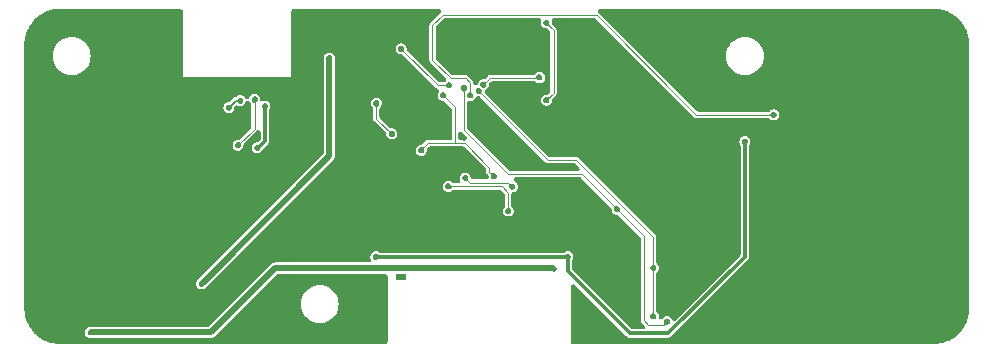
<source format=gbr>
%TF.GenerationSoftware,KiCad,Pcbnew,7.0.2*%
%TF.CreationDate,2023-06-13T00:37:22+02:00*%
%TF.ProjectId,DisplayU_Sisterboard,44697370-6c61-4795-955f-536973746572,rev?*%
%TF.SameCoordinates,Original*%
%TF.FileFunction,Copper,L2,Bot*%
%TF.FilePolarity,Positive*%
%FSLAX46Y46*%
G04 Gerber Fmt 4.6, Leading zero omitted, Abs format (unit mm)*
G04 Created by KiCad (PCBNEW 7.0.2) date 2023-06-13 00:37:22*
%MOMM*%
%LPD*%
G01*
G04 APERTURE LIST*
G04 Aperture macros list*
%AMFreePoly0*
4,1,17,0.307538,1.085355,0.485355,0.907538,0.500000,0.872183,0.500000,-0.872183,0.485355,-0.907538,0.307538,-1.085355,0.272183,-1.100000,-0.272183,-1.100000,-0.307538,-1.085355,-0.485355,-0.907538,-0.500000,-0.872182,-0.500000,0.872183,-0.485355,0.907538,-0.307538,1.085355,-0.272183,1.100000,0.272183,1.100000,0.307538,1.085355,0.307538,1.085355,$1*%
%AMFreePoly1*
4,1,17,0.307538,0.885355,0.485355,0.707538,0.500000,0.672183,0.500000,-0.672183,0.485355,-0.707538,0.307538,-0.885355,0.272183,-0.900000,-0.272183,-0.900000,-0.307538,-0.885355,-0.485355,-0.707538,-0.500000,-0.672183,-0.500000,0.672183,-0.485355,0.707538,-0.307538,0.885355,-0.272183,0.900000,0.272183,0.900000,0.307538,0.885355,0.307538,0.885355,$1*%
%AMFreePoly2*
4,1,13,0.435355,0.235355,0.450000,0.200000,0.450000,-0.200000,0.435355,-0.235355,0.400000,-0.250000,-0.400000,-0.250000,-0.435355,-0.235355,-0.450000,-0.200000,-0.450000,0.200000,-0.435355,0.235355,-0.400000,0.250000,0.400000,0.250000,0.435355,0.235355,0.435355,0.235355,$1*%
G04 Aperture macros list end*
%TA.AperFunction,ComponentPad*%
%ADD10FreePoly0,0.000000*%
%TD*%
%TA.AperFunction,ComponentPad*%
%ADD11FreePoly1,0.000000*%
%TD*%
%TA.AperFunction,ComponentPad*%
%ADD12FreePoly2,180.000000*%
%TD*%
%TA.AperFunction,ViaPad*%
%ADD13C,0.500000*%
%TD*%
%TA.AperFunction,Conductor*%
%ADD14C,0.125000*%
%TD*%
%TA.AperFunction,Conductor*%
%ADD15C,0.550000*%
%TD*%
%TA.AperFunction,Conductor*%
%ADD16C,0.300000*%
%TD*%
%TA.AperFunction,Conductor*%
%ADD17C,0.200000*%
%TD*%
G04 APERTURE END LIST*
D10*
%TO.P,J2,S1,SHIELD*%
%TO.N,GND*%
X-67566450Y-211500000D03*
D11*
X-67566450Y-215300000D03*
D10*
X-56415850Y-211500000D03*
D11*
X-56415550Y-215300000D03*
%TD*%
D12*
%TO.P,AE1,2*%
%TO.N,N/C*%
X-48142900Y-232690000D03*
%TD*%
D13*
%TO.N,VDD*%
X-40250000Y-224200000D03*
X-46400000Y-222000000D03*
X-35800000Y-217750000D03*
X-35800000Y-211200000D03*
X-44550000Y-217350000D03*
%TO.N,GND*%
X-11450000Y-217150000D03*
X-40750000Y-211900000D03*
X-44850000Y-225650000D03*
X-49950000Y-216000000D03*
X-35900000Y-216850000D03*
X-39000000Y-222250000D03*
X-31900000Y-219100000D03*
X-42800000Y-220950000D03*
X-26650000Y-212700000D03*
X-38800000Y-214700000D03*
X-48000000Y-220450000D03*
X-50050000Y-220750000D03*
%TO.N,Net-(U1-ANT_RF)*%
X-44100000Y-225050000D03*
X-39040000Y-227140000D03*
%TO.N,Net-(U1-DEC4)*%
X-42670000Y-224330000D03*
X-38680000Y-225060000D03*
%TO.N,Net-(D2-Pad2)*%
X-54200000Y-214200000D03*
X-65000000Y-233300000D03*
%TO.N,VBUS*%
X-60280000Y-221780000D03*
X-34000000Y-231000000D03*
X-59620000Y-218240000D03*
X-50250000Y-231000000D03*
X-19000000Y-221250000D03*
%TO.N,/MCU & Comms/MicroController/IO 5*%
X-44050000Y-216500000D03*
X-48100000Y-213400000D03*
%TO.N,/MCU & Comms/Left*%
X-36388131Y-215827891D03*
X-41150000Y-216450000D03*
%TO.N,Charge Fault*%
X-26750000Y-236050000D03*
X-26750000Y-231950000D03*
X-41550000Y-216950000D03*
%TO.N,Net-(D2-Pad1)*%
X-74400000Y-237400000D03*
X-35200000Y-232000000D03*
%TO.N,Charge Status*%
X-25600000Y-236500000D03*
X-29800000Y-227000000D03*
X-42800000Y-216700000D03*
%TO.N,CC1*%
X-60510000Y-217680000D03*
X-61920000Y-221570000D03*
%TO.N,DATA+*%
X-62690000Y-218370000D03*
X-61720000Y-217780000D03*
%TO.N,/MCU & Comms/MicroController/IO 3*%
X-16571932Y-218984229D03*
X-42250000Y-217350000D03*
%TO.N,/MCU & Comms/MicroController/RST*%
X-48900000Y-220600000D03*
X-50200000Y-218000000D03*
%TD*%
D14*
%TO.N,VDD*%
X-40632500Y-223817500D02*
X-40632500Y-223467500D01*
X-43537500Y-221312500D02*
X-43537500Y-218362500D01*
X-35200000Y-211800000D02*
X-35200000Y-217150000D01*
X-43450000Y-221400000D02*
X-45850000Y-221400000D01*
X-35200000Y-217150000D02*
X-35800000Y-217750000D01*
X-40632500Y-223467500D02*
X-42700000Y-221400000D01*
X-43450000Y-221400000D02*
X-43537500Y-221312500D01*
X-35800000Y-211200000D02*
X-35200000Y-211800000D01*
X-42700000Y-221400000D02*
X-43450000Y-221400000D01*
X-40250000Y-224200000D02*
X-40632500Y-223817500D01*
X-43537500Y-218362500D02*
X-44500000Y-217400000D01*
X-45850000Y-221400000D02*
X-46400000Y-221950000D01*
%TO.N,Net-(U1-ANT_RF)*%
X-39590000Y-225050000D02*
X-39030000Y-225610000D01*
X-44100000Y-225050000D02*
X-39590000Y-225050000D01*
X-39030000Y-225610000D02*
X-39030000Y-227150000D01*
%TO.N,Net-(U1-DEC4)*%
X-42275000Y-224725000D02*
X-42670000Y-224330000D01*
X-38680000Y-225060000D02*
X-39015000Y-224725000D01*
X-39015000Y-224725000D02*
X-42275000Y-224725000D01*
D15*
%TO.N,Net-(D2-Pad2)*%
X-54200000Y-222500000D02*
X-64900000Y-233200000D01*
X-54200000Y-214200000D02*
X-54200000Y-222500000D01*
D16*
%TO.N,VBUS*%
X-50250000Y-231000000D02*
X-34000000Y-231000000D01*
X-59620000Y-221180000D02*
X-60240000Y-221800000D01*
X-19000000Y-221250000D02*
X-19000000Y-231000000D01*
X-28750000Y-237500000D02*
X-34000000Y-232250000D01*
X-19000000Y-231000000D02*
X-25500000Y-237500000D01*
X-34000000Y-232250000D02*
X-34000000Y-231000000D01*
X-59620000Y-218240000D02*
X-59620000Y-221180000D01*
X-25500000Y-237500000D02*
X-28750000Y-237500000D01*
D14*
%TO.N,/MCU & Comms/MicroController/IO 5*%
X-44050000Y-216500000D02*
X-45000000Y-216500000D01*
X-45000000Y-216500000D02*
X-48100000Y-213400000D01*
%TO.N,/MCU & Comms/Left*%
X-40550000Y-215850000D02*
X-41150000Y-216450000D01*
X-36400000Y-215850000D02*
X-40550000Y-215850000D01*
%TO.N,Charge Fault*%
X-26750000Y-229325215D02*
X-26750000Y-231950000D01*
X-41550000Y-216950000D02*
X-35700000Y-222800000D01*
X-26750000Y-231950000D02*
X-26750000Y-236050000D01*
X-35700000Y-222800000D02*
X-33275215Y-222800000D01*
X-33275215Y-222800000D02*
X-26750000Y-229325215D01*
D15*
%TO.N,Net-(D2-Pad1)*%
X-58765000Y-231965000D02*
X-35235000Y-231965000D01*
X-64200000Y-237400000D02*
X-58765000Y-231965000D01*
X-74400000Y-237400000D02*
X-64200000Y-237400000D01*
D14*
%TO.N,Charge Status*%
X-27550000Y-229250000D02*
X-27550000Y-236400000D01*
X-29800000Y-227000000D02*
X-27700000Y-229100000D01*
X-27550000Y-236400000D02*
X-27200000Y-236750000D01*
X-39050000Y-224000000D02*
X-32800000Y-224000000D01*
X-27200000Y-236750000D02*
X-25850000Y-236750000D01*
X-25850000Y-236750000D02*
X-25600000Y-236500000D01*
X-42800000Y-216700000D02*
X-42800000Y-220250000D01*
X-27700000Y-229100000D02*
X-27550000Y-229250000D01*
X-32800000Y-224000000D02*
X-29800000Y-227000000D01*
X-42800000Y-220250000D02*
X-39050000Y-224000000D01*
%TO.N,CC1*%
X-60510000Y-220160000D02*
X-60510000Y-217680000D01*
X-61920000Y-221570000D02*
X-60510000Y-220160000D01*
D17*
%TO.N,DATA+*%
X-62100000Y-217780000D02*
X-62690000Y-218370000D01*
X-61720000Y-217780000D02*
X-62100000Y-217780000D01*
D14*
%TO.N,/MCU & Comms/MicroController/IO 3*%
X-31550000Y-210550000D02*
X-44600000Y-210550000D01*
X-45450000Y-214350000D02*
X-43900000Y-215900000D01*
X-44600000Y-210550000D02*
X-45450000Y-211400000D01*
X-43900000Y-215900000D02*
X-42650000Y-215900000D01*
X-23115771Y-218984229D02*
X-31550000Y-210550000D01*
X-42250000Y-216300000D02*
X-42250000Y-217350000D01*
X-42650000Y-215900000D02*
X-42250000Y-216300000D01*
X-45450000Y-211400000D02*
X-45450000Y-214350000D01*
X-16571932Y-218984229D02*
X-23115771Y-218984229D01*
%TO.N,/MCU & Comms/MicroController/RST*%
X-50200000Y-219300000D02*
X-50200000Y-218000000D01*
X-48900000Y-220600000D02*
X-50200000Y-219300000D01*
%TD*%
%TA.AperFunction,Conductor*%
%TO.N,GND*%
G36*
X-66704307Y-210020207D02*
G01*
X-66635066Y-210075426D01*
X-66596639Y-210155218D01*
X-66591650Y-210199500D01*
X-66591650Y-215760689D01*
X-66591758Y-215761242D01*
X-66591690Y-215799997D01*
X-66591691Y-215800000D01*
X-66591650Y-215800099D01*
X-66591533Y-215800383D01*
X-66591150Y-215800541D01*
X-66591148Y-215800540D01*
X-66551643Y-215800514D01*
X-66551642Y-215800533D01*
X-66551473Y-215800500D01*
X-57430827Y-215800500D01*
X-57430657Y-215800533D01*
X-57430657Y-215800514D01*
X-57391152Y-215800539D01*
X-57391150Y-215800541D01*
X-57390767Y-215800383D01*
X-57390766Y-215800382D01*
X-57390649Y-215800098D01*
X-57390609Y-215800002D01*
X-57390541Y-215761242D01*
X-57390649Y-215760689D01*
X-57390650Y-210199500D01*
X-57370943Y-210113157D01*
X-57315724Y-210043916D01*
X-57235932Y-210005489D01*
X-57191650Y-210000500D01*
X-53291249Y-210000500D01*
X-44907017Y-210000500D01*
X-44820674Y-210020207D01*
X-44751433Y-210075426D01*
X-44713006Y-210155218D01*
X-44713006Y-210243782D01*
X-44751433Y-210323574D01*
X-44786633Y-210355931D01*
X-44789610Y-210360386D01*
X-44789612Y-210360388D01*
X-44793398Y-210366054D01*
X-44818142Y-210396204D01*
X-45603794Y-211181856D01*
X-45633949Y-211206604D01*
X-45639612Y-211210388D01*
X-45643395Y-211216049D01*
X-45697740Y-211297383D01*
X-45718152Y-211399998D01*
X-45716824Y-211406675D01*
X-45713000Y-211445500D01*
X-45713000Y-214304499D01*
X-45716824Y-214343322D01*
X-45718152Y-214350000D01*
X-45713000Y-214375900D01*
X-45713000Y-214375901D01*
X-45697740Y-214452617D01*
X-45639612Y-214539612D01*
X-45633944Y-214543398D01*
X-45603797Y-214568139D01*
X-44323768Y-215848169D01*
X-44276651Y-215923156D01*
X-44266735Y-216011162D01*
X-44295986Y-216094755D01*
X-44323770Y-216129595D01*
X-44372889Y-216178714D01*
X-44447877Y-216225833D01*
X-44513603Y-216237000D01*
X-44808634Y-216237000D01*
X-44894977Y-216217293D01*
X-44949348Y-216178714D01*
X-47586214Y-213541848D01*
X-47633333Y-213466860D01*
X-47644500Y-213401134D01*
X-47644500Y-213316741D01*
X-47660143Y-213238098D01*
X-47674494Y-213203452D01*
X-47719043Y-213136782D01*
X-47836782Y-213019043D01*
X-47903452Y-212974494D01*
X-47938098Y-212960143D01*
X-48016742Y-212944500D01*
X-48183258Y-212944500D01*
X-48261901Y-212960143D01*
X-48296549Y-212974495D01*
X-48363216Y-213019042D01*
X-48480958Y-213136784D01*
X-48525505Y-213203451D01*
X-48539857Y-213238099D01*
X-48555500Y-213316742D01*
X-48555500Y-213483258D01*
X-48539857Y-213561901D01*
X-48525505Y-213596549D01*
X-48480958Y-213663216D01*
X-48363216Y-213780958D01*
X-48296549Y-213825505D01*
X-48261901Y-213839857D01*
X-48183258Y-213855500D01*
X-48098866Y-213855500D01*
X-48012523Y-213875207D01*
X-47958151Y-213913786D01*
X-45218139Y-216653797D01*
X-45193398Y-216683944D01*
X-45189612Y-216689612D01*
X-45102617Y-216747740D01*
X-45041789Y-216759839D01*
X-44960955Y-216796010D01*
X-44903816Y-216863675D01*
X-44881694Y-216949431D01*
X-44898971Y-217036293D01*
X-44921748Y-217069367D01*
X-44920069Y-217070489D01*
X-44930956Y-217086782D01*
X-44930958Y-217086784D01*
X-44975505Y-217153451D01*
X-44989857Y-217188099D01*
X-45005500Y-217266742D01*
X-45005500Y-217433258D01*
X-44989857Y-217511901D01*
X-44975505Y-217546549D01*
X-44930958Y-217613216D01*
X-44813216Y-217730958D01*
X-44746549Y-217775505D01*
X-44711901Y-217789857D01*
X-44633258Y-217805500D01*
X-44548866Y-217805500D01*
X-44462523Y-217825207D01*
X-44408152Y-217863786D01*
X-43858786Y-218413151D01*
X-43811667Y-218488139D01*
X-43800500Y-218553865D01*
X-43800500Y-220938000D01*
X-43820207Y-221024343D01*
X-43875426Y-221093584D01*
X-43955218Y-221132011D01*
X-43999500Y-221137000D01*
X-45804499Y-221137000D01*
X-45843324Y-221133176D01*
X-45849999Y-221131848D01*
X-45850000Y-221131848D01*
X-45856676Y-221133176D01*
X-45856677Y-221133176D01*
X-45952617Y-221152260D01*
X-45961300Y-221156901D01*
X-45968909Y-221163146D01*
X-46017655Y-221195716D01*
X-46017657Y-221195718D01*
X-46039612Y-221210388D01*
X-46043395Y-221216050D01*
X-46068135Y-221246196D01*
X-46308154Y-221486216D01*
X-46383140Y-221533333D01*
X-46448866Y-221544500D01*
X-46483258Y-221544500D01*
X-46561901Y-221560143D01*
X-46596549Y-221574495D01*
X-46663216Y-221619042D01*
X-46780958Y-221736784D01*
X-46825505Y-221803451D01*
X-46839857Y-221838099D01*
X-46855500Y-221916742D01*
X-46855500Y-222083258D01*
X-46839857Y-222161901D01*
X-46825505Y-222196549D01*
X-46780958Y-222263216D01*
X-46663216Y-222380958D01*
X-46596549Y-222425505D01*
X-46561901Y-222439857D01*
X-46483258Y-222455500D01*
X-46316742Y-222455500D01*
X-46238099Y-222439857D01*
X-46203451Y-222425505D01*
X-46136783Y-222380958D01*
X-46136782Y-222380957D01*
X-46136779Y-222380955D01*
X-46019040Y-222263215D01*
X-45974495Y-222196549D01*
X-45960143Y-222161900D01*
X-45944500Y-222083257D01*
X-45944500Y-221948867D01*
X-45924793Y-221862524D01*
X-45886213Y-221808152D01*
X-45799345Y-221721285D01*
X-45724356Y-221674167D01*
X-45658632Y-221663000D01*
X-43495500Y-221663000D01*
X-43456677Y-221666823D01*
X-43450000Y-221668152D01*
X-43443322Y-221666823D01*
X-43404500Y-221663000D01*
X-42891366Y-221663000D01*
X-42805023Y-221682707D01*
X-42750653Y-221721285D01*
X-40953783Y-223518153D01*
X-40906666Y-223593139D01*
X-40895499Y-223658861D01*
X-40895499Y-223706498D01*
X-40895499Y-223771996D01*
X-40899324Y-223810825D01*
X-40900652Y-223817501D01*
X-40895500Y-223843401D01*
X-40880240Y-223920117D01*
X-40822112Y-224007112D01*
X-40816457Y-224010890D01*
X-40786296Y-224035642D01*
X-40763786Y-224058152D01*
X-40716667Y-224133140D01*
X-40705500Y-224198866D01*
X-40705500Y-224263000D01*
X-40725207Y-224349343D01*
X-40780426Y-224418584D01*
X-40860218Y-224457011D01*
X-40904500Y-224462000D01*
X-42015500Y-224462000D01*
X-42101843Y-224442293D01*
X-42171084Y-224387074D01*
X-42209511Y-224307282D01*
X-42214500Y-224263000D01*
X-42214500Y-224246741D01*
X-42230143Y-224168098D01*
X-42244494Y-224133452D01*
X-42289043Y-224066782D01*
X-42406782Y-223949043D01*
X-42473452Y-223904494D01*
X-42508098Y-223890143D01*
X-42586742Y-223874500D01*
X-42753258Y-223874500D01*
X-42831901Y-223890143D01*
X-42866549Y-223904495D01*
X-42933216Y-223949042D01*
X-43050958Y-224066784D01*
X-43095505Y-224133451D01*
X-43109857Y-224168099D01*
X-43125500Y-224246742D01*
X-43125500Y-224413258D01*
X-43109857Y-224491901D01*
X-43109855Y-224491903D01*
X-43109856Y-224491903D01*
X-43101596Y-224511845D01*
X-43086760Y-224599156D01*
X-43111277Y-224684259D01*
X-43170290Y-224750296D01*
X-43252112Y-224784188D01*
X-43285447Y-224787000D01*
X-43636398Y-224787000D01*
X-43722741Y-224767293D01*
X-43777112Y-224728714D01*
X-43836782Y-224669043D01*
X-43903452Y-224624494D01*
X-43938098Y-224610143D01*
X-44016742Y-224594500D01*
X-44183258Y-224594500D01*
X-44261901Y-224610143D01*
X-44296549Y-224624495D01*
X-44363216Y-224669042D01*
X-44480958Y-224786784D01*
X-44525505Y-224853451D01*
X-44539857Y-224888099D01*
X-44555500Y-224966742D01*
X-44555500Y-225133258D01*
X-44539857Y-225211901D01*
X-44525505Y-225246549D01*
X-44480958Y-225313216D01*
X-44363216Y-225430958D01*
X-44296549Y-225475505D01*
X-44261901Y-225489857D01*
X-44183258Y-225505500D01*
X-44016742Y-225505500D01*
X-43938099Y-225489857D01*
X-43903451Y-225475505D01*
X-43836784Y-225430958D01*
X-43777112Y-225371286D01*
X-43702124Y-225324167D01*
X-43636398Y-225313000D01*
X-39781366Y-225313000D01*
X-39695023Y-225332707D01*
X-39640652Y-225371286D01*
X-39351286Y-225660652D01*
X-39304167Y-225735640D01*
X-39293000Y-225801366D01*
X-39293000Y-226666398D01*
X-39312707Y-226752741D01*
X-39351286Y-226807112D01*
X-39420958Y-226876784D01*
X-39465504Y-226943449D01*
X-39479856Y-226978096D01*
X-39495500Y-227056741D01*
X-39495500Y-227223258D01*
X-39479857Y-227301901D01*
X-39465505Y-227336549D01*
X-39420958Y-227403216D01*
X-39303216Y-227520958D01*
X-39236549Y-227565505D01*
X-39201901Y-227579857D01*
X-39123258Y-227595500D01*
X-38956742Y-227595500D01*
X-38878099Y-227579857D01*
X-38843451Y-227565505D01*
X-38776784Y-227520958D01*
X-38659042Y-227403216D01*
X-38614495Y-227336549D01*
X-38600143Y-227301901D01*
X-38584500Y-227223258D01*
X-38584500Y-227056741D01*
X-38600142Y-226978101D01*
X-38600143Y-226978098D01*
X-38600143Y-226978096D01*
X-38614491Y-226943455D01*
X-38659042Y-226876781D01*
X-38708715Y-226827108D01*
X-38755833Y-226752119D01*
X-38767000Y-226686395D01*
X-38767000Y-225712681D01*
X-38747293Y-225626338D01*
X-38692074Y-225557097D01*
X-38612282Y-225518670D01*
X-38606823Y-225517505D01*
X-38596744Y-225515500D01*
X-38596742Y-225515500D01*
X-38518099Y-225499857D01*
X-38483451Y-225485505D01*
X-38416784Y-225440958D01*
X-38299042Y-225323216D01*
X-38254495Y-225256549D01*
X-38240143Y-225221901D01*
X-38224500Y-225143258D01*
X-38224500Y-224976742D01*
X-38240143Y-224898099D01*
X-38244285Y-224888099D01*
X-38254494Y-224863452D01*
X-38299043Y-224796782D01*
X-38416781Y-224679044D01*
X-38431750Y-224669042D01*
X-38483451Y-224634495D01*
X-38483453Y-224634493D01*
X-38493979Y-224627461D01*
X-38554821Y-224563104D01*
X-38581714Y-224478723D01*
X-38569333Y-224391030D01*
X-38520128Y-224317393D01*
X-38443847Y-224272397D01*
X-38383418Y-224263000D01*
X-32991366Y-224263000D01*
X-32905023Y-224282707D01*
X-32850652Y-224321286D01*
X-30313786Y-226858152D01*
X-30266667Y-226933140D01*
X-30255500Y-226998866D01*
X-30255500Y-227083258D01*
X-30239857Y-227161901D01*
X-30225505Y-227196549D01*
X-30180958Y-227263216D01*
X-30063216Y-227380958D01*
X-29996549Y-227425505D01*
X-29961901Y-227439857D01*
X-29883258Y-227455500D01*
X-29798866Y-227455500D01*
X-29712523Y-227475207D01*
X-29658152Y-227513785D01*
X-27871284Y-229300654D01*
X-27824167Y-229375640D01*
X-27813000Y-229441366D01*
X-27813000Y-236354499D01*
X-27816824Y-236393322D01*
X-27818152Y-236400000D01*
X-27816824Y-236406674D01*
X-27816824Y-236406678D01*
X-27814822Y-236416741D01*
X-27813000Y-236425900D01*
X-27813000Y-236425901D01*
X-27797740Y-236502617D01*
X-27739612Y-236589612D01*
X-27733944Y-236593398D01*
X-27703802Y-236618134D01*
X-27512148Y-236809788D01*
X-27465032Y-236884775D01*
X-27455116Y-236972781D01*
X-27484367Y-237056375D01*
X-27546991Y-237118998D01*
X-27630585Y-237148249D01*
X-27652865Y-237149500D01*
X-28522390Y-237149500D01*
X-28608733Y-237129793D01*
X-28663104Y-237091214D01*
X-33591214Y-232163104D01*
X-33638333Y-232088116D01*
X-33649500Y-232022390D01*
X-33649500Y-231369165D01*
X-33629793Y-231282822D01*
X-33615965Y-231258611D01*
X-33574495Y-231196549D01*
X-33560143Y-231161901D01*
X-33544500Y-231083258D01*
X-33544500Y-230916742D01*
X-33560143Y-230838099D01*
X-33560143Y-230838098D01*
X-33574494Y-230803452D01*
X-33619043Y-230736782D01*
X-33736782Y-230619043D01*
X-33803452Y-230574494D01*
X-33838098Y-230560143D01*
X-33916742Y-230544500D01*
X-34083258Y-230544500D01*
X-34161901Y-230560143D01*
X-34196549Y-230574495D01*
X-34258606Y-230615961D01*
X-34341343Y-230647546D01*
X-34369165Y-230649500D01*
X-49880835Y-230649500D01*
X-49967178Y-230629793D01*
X-49991388Y-230615965D01*
X-50053451Y-230574495D01*
X-50053449Y-230574495D01*
X-50053452Y-230574494D01*
X-50088098Y-230560143D01*
X-50166742Y-230544500D01*
X-50333258Y-230544500D01*
X-50411901Y-230560143D01*
X-50446549Y-230574495D01*
X-50513216Y-230619042D01*
X-50630958Y-230736784D01*
X-50675505Y-230803451D01*
X-50689857Y-230838099D01*
X-50705500Y-230916742D01*
X-50705500Y-231083258D01*
X-50689857Y-231161901D01*
X-50675505Y-231196549D01*
X-50675503Y-231196551D01*
X-50668133Y-231214345D01*
X-50653298Y-231301657D01*
X-50677815Y-231386759D01*
X-50736829Y-231452796D01*
X-50818650Y-231486688D01*
X-50851985Y-231489500D01*
X-58692477Y-231489500D01*
X-58728238Y-231485655D01*
X-58730728Y-231485833D01*
X-58730729Y-231485833D01*
X-58767267Y-231488446D01*
X-58774910Y-231488993D01*
X-58789106Y-231489500D01*
X-58799015Y-231489500D01*
X-58808817Y-231490909D01*
X-58822929Y-231492427D01*
X-58869607Y-231495766D01*
X-58898073Y-231503032D01*
X-58940607Y-231522456D01*
X-58953725Y-231527890D01*
X-58997556Y-231544239D01*
X-59022837Y-231559239D01*
X-59058184Y-231589867D01*
X-59069237Y-231598775D01*
X-59077181Y-231604722D01*
X-59084183Y-231611724D01*
X-59094580Y-231621405D01*
X-59129943Y-231652047D01*
X-59152510Y-231680051D01*
X-64338673Y-236866214D01*
X-64413661Y-236913333D01*
X-64479387Y-236924500D01*
X-74434011Y-236924500D01*
X-74535342Y-236939069D01*
X-74659718Y-236995870D01*
X-74763055Y-237085411D01*
X-74763056Y-237085413D01*
X-74836977Y-237200437D01*
X-74872727Y-237322190D01*
X-74875500Y-237331633D01*
X-74875500Y-237468367D01*
X-74836978Y-237599561D01*
X-74763055Y-237714589D01*
X-74659718Y-237804130D01*
X-74535342Y-237860931D01*
X-74434011Y-237875500D01*
X-64272523Y-237875500D01*
X-64236762Y-237879344D01*
X-64234274Y-237879166D01*
X-64234271Y-237879167D01*
X-64192162Y-237876154D01*
X-64190094Y-237876007D01*
X-64175897Y-237875500D01*
X-64165991Y-237875500D01*
X-64165989Y-237875500D01*
X-64156167Y-237874087D01*
X-64142050Y-237872570D01*
X-64097885Y-237869411D01*
X-64097883Y-237869410D01*
X-64095390Y-237869232D01*
X-64066929Y-237861968D01*
X-64064656Y-237860930D01*
X-64024382Y-237842537D01*
X-64011283Y-237837110D01*
X-63969774Y-237821629D01*
X-63969772Y-237821627D01*
X-63967435Y-237820756D01*
X-63942173Y-237805768D01*
X-63940283Y-237804130D01*
X-63940282Y-237804130D01*
X-63906808Y-237775124D01*
X-63895777Y-237766236D01*
X-63887820Y-237760279D01*
X-63880808Y-237753268D01*
X-63870411Y-237743587D01*
X-63869415Y-237742724D01*
X-63836945Y-237714589D01*
X-63836944Y-237714587D01*
X-63835060Y-237712955D01*
X-63812490Y-237684949D01*
X-61127541Y-235000000D01*
X-56605449Y-235000000D01*
X-56585683Y-235251148D01*
X-56526873Y-235496111D01*
X-56430466Y-235728859D01*
X-56298836Y-235943659D01*
X-56135224Y-236135224D01*
X-55943659Y-236298836D01*
X-55728859Y-236430466D01*
X-55496111Y-236526873D01*
X-55251148Y-236585683D01*
X-55062882Y-236600500D01*
X-55058972Y-236600500D01*
X-54941028Y-236600500D01*
X-54937118Y-236600500D01*
X-54748852Y-236585683D01*
X-54503889Y-236526873D01*
X-54271141Y-236430466D01*
X-54056341Y-236298836D01*
X-53864776Y-236135224D01*
X-53701164Y-235943659D01*
X-53569534Y-235728859D01*
X-53569533Y-235728857D01*
X-53473127Y-235496112D01*
X-53414317Y-235251149D01*
X-53394551Y-235000000D01*
X-53414317Y-234748850D01*
X-53473127Y-234503887D01*
X-53569533Y-234271142D01*
X-53701164Y-234056341D01*
X-53864776Y-233864776D01*
X-54056341Y-233701164D01*
X-54271142Y-233569533D01*
X-54503887Y-233473127D01*
X-54748850Y-233414317D01*
X-54933226Y-233399806D01*
X-54933233Y-233399805D01*
X-54937118Y-233399500D01*
X-55062882Y-233399500D01*
X-55066767Y-233399805D01*
X-55066773Y-233399806D01*
X-55251149Y-233414317D01*
X-55496112Y-233473127D01*
X-55728857Y-233569533D01*
X-55728859Y-233569534D01*
X-55943659Y-233701164D01*
X-56135224Y-233864776D01*
X-56298836Y-234056341D01*
X-56430466Y-234271141D01*
X-56526873Y-234503889D01*
X-56585683Y-234748852D01*
X-56605449Y-235000000D01*
X-61127541Y-235000000D01*
X-58626327Y-232498786D01*
X-58551339Y-232451667D01*
X-58485613Y-232440500D01*
X-49449000Y-232440500D01*
X-49362657Y-232460207D01*
X-49293416Y-232515426D01*
X-49254989Y-232595218D01*
X-49250000Y-232639500D01*
X-49250000Y-238179180D01*
X-49269707Y-238265523D01*
X-49324926Y-238334764D01*
X-49404718Y-238373191D01*
X-49449000Y-238378180D01*
X-76994793Y-238378180D01*
X-77005209Y-238377907D01*
X-77133382Y-238371189D01*
X-77310102Y-238361264D01*
X-77330070Y-238359127D01*
X-77475629Y-238336074D01*
X-77611233Y-238313034D01*
X-77631858Y-238309530D01*
X-77650011Y-238305564D01*
X-77796701Y-238266259D01*
X-77879139Y-238242509D01*
X-77946094Y-238223220D01*
X-77962263Y-238217797D01*
X-78103748Y-238163485D01*
X-78108587Y-238161555D01*
X-78249030Y-238103381D01*
X-78263219Y-238096839D01*
X-78398906Y-238027703D01*
X-78404821Y-238024563D01*
X-78537221Y-237951389D01*
X-78549345Y-237944114D01*
X-78677423Y-237860939D01*
X-78684196Y-237856340D01*
X-78807209Y-237769057D01*
X-78817287Y-237761414D01*
X-78936141Y-237665169D01*
X-78943510Y-237658899D01*
X-79055853Y-237558503D01*
X-79063964Y-237550834D01*
X-79172154Y-237442644D01*
X-79179823Y-237434533D01*
X-79280219Y-237322190D01*
X-79286489Y-237314821D01*
X-79382734Y-237195967D01*
X-79390377Y-237185889D01*
X-79477660Y-237062876D01*
X-79482259Y-237056103D01*
X-79565434Y-236928025D01*
X-79572709Y-236915901D01*
X-79645883Y-236783501D01*
X-79649023Y-236777586D01*
X-79718159Y-236641899D01*
X-79724701Y-236627710D01*
X-79782875Y-236487267D01*
X-79784805Y-236482428D01*
X-79839109Y-236340963D01*
X-79844549Y-236324738D01*
X-79887578Y-236175383D01*
X-79914614Y-236074489D01*
X-79926893Y-236028661D01*
X-79930847Y-236010550D01*
X-79957394Y-235854311D01*
X-79980450Y-235708743D01*
X-79982584Y-235688788D01*
X-79992509Y-235512062D01*
X-79999227Y-235383887D01*
X-79999500Y-235373473D01*
X-79999500Y-233383258D01*
X-65455500Y-233383258D01*
X-65439857Y-233461901D01*
X-65425505Y-233496549D01*
X-65380958Y-233563216D01*
X-65263216Y-233680958D01*
X-65196549Y-233725505D01*
X-65161901Y-233739857D01*
X-65083258Y-233755500D01*
X-64916742Y-233755500D01*
X-64838099Y-233739857D01*
X-64803451Y-233725505D01*
X-64736784Y-233680958D01*
X-64710392Y-233654566D01*
X-64688936Y-233635974D01*
X-64591745Y-233563217D01*
X-64587820Y-233560279D01*
X-53915051Y-222887510D01*
X-53887047Y-222864943D01*
X-53856405Y-222829580D01*
X-53846724Y-222819183D01*
X-53839722Y-222812181D01*
X-53833775Y-222804237D01*
X-53824867Y-222793184D01*
X-53794236Y-222757833D01*
X-53779242Y-222732563D01*
X-53762901Y-222688748D01*
X-53757463Y-222675620D01*
X-53738033Y-222633076D01*
X-53730766Y-222604604D01*
X-53727427Y-222557940D01*
X-53725912Y-222543841D01*
X-53724500Y-222534014D01*
X-53724500Y-222524102D01*
X-53723993Y-222509904D01*
X-53720655Y-222463238D01*
X-53724500Y-222427479D01*
X-53724500Y-218083258D01*
X-50655500Y-218083258D01*
X-50639857Y-218161901D01*
X-50625505Y-218196549D01*
X-50580958Y-218263216D01*
X-50521287Y-218322887D01*
X-50521286Y-218322888D01*
X-50474167Y-218397876D01*
X-50463000Y-218463602D01*
X-50463000Y-219254499D01*
X-50466824Y-219293322D01*
X-50468152Y-219300000D01*
X-50463000Y-219325900D01*
X-50463000Y-219325901D01*
X-50447740Y-219402617D01*
X-50389612Y-219489612D01*
X-50383944Y-219493398D01*
X-50353797Y-219518139D01*
X-49820875Y-220051062D01*
X-49413785Y-220458152D01*
X-49366666Y-220533141D01*
X-49355499Y-220598866D01*
X-49355499Y-220683258D01*
X-49339858Y-220761895D01*
X-49325507Y-220796543D01*
X-49280959Y-220863215D01*
X-49163217Y-220980958D01*
X-49096549Y-221025505D01*
X-49061901Y-221039857D01*
X-48983258Y-221055500D01*
X-48816742Y-221055500D01*
X-48738099Y-221039857D01*
X-48703451Y-221025505D01*
X-48636783Y-220980958D01*
X-48636782Y-220980957D01*
X-48636779Y-220980955D01*
X-48519040Y-220863215D01*
X-48474495Y-220796549D01*
X-48460143Y-220761900D01*
X-48444500Y-220683257D01*
X-48444500Y-220516741D01*
X-48460143Y-220438098D01*
X-48474494Y-220403452D01*
X-48519043Y-220336782D01*
X-48636782Y-220219043D01*
X-48703452Y-220174494D01*
X-48738098Y-220160143D01*
X-48816742Y-220144500D01*
X-48901134Y-220144500D01*
X-48987477Y-220124793D01*
X-49041848Y-220086214D01*
X-49878713Y-219249347D01*
X-49925832Y-219174358D01*
X-49936999Y-219108633D01*
X-49936999Y-218463601D01*
X-49917292Y-218377258D01*
X-49878713Y-218322887D01*
X-49819043Y-218263217D01*
X-49816815Y-218259883D01*
X-49774495Y-218196549D01*
X-49773789Y-218194846D01*
X-49760143Y-218161901D01*
X-49744500Y-218083258D01*
X-49744500Y-217916741D01*
X-49760143Y-217838098D01*
X-49774494Y-217803452D01*
X-49819043Y-217736782D01*
X-49936782Y-217619043D01*
X-50003452Y-217574494D01*
X-50038098Y-217560143D01*
X-50116742Y-217544500D01*
X-50283258Y-217544500D01*
X-50361901Y-217560143D01*
X-50396549Y-217574495D01*
X-50463216Y-217619042D01*
X-50580958Y-217736784D01*
X-50625505Y-217803451D01*
X-50639857Y-217838099D01*
X-50655500Y-217916742D01*
X-50655500Y-218083258D01*
X-53724500Y-218083258D01*
X-53724500Y-214165991D01*
X-53725558Y-214158634D01*
X-53739069Y-214064658D01*
X-53795870Y-213940282D01*
X-53885411Y-213836945D01*
X-53885411Y-213836944D01*
X-53885413Y-213836943D01*
X-54000437Y-213763022D01*
X-54131633Y-213724500D01*
X-54268367Y-213724500D01*
X-54399562Y-213763022D01*
X-54496788Y-213825505D01*
X-54514589Y-213836945D01*
X-54604130Y-213940282D01*
X-54660931Y-214064658D01*
X-54675500Y-214165989D01*
X-54675499Y-218235500D01*
X-54675499Y-222220613D01*
X-54695206Y-222306956D01*
X-54733784Y-222361326D01*
X-61479530Y-229107071D01*
X-65260278Y-232887819D01*
X-65335974Y-232988936D01*
X-65354566Y-233010392D01*
X-65380958Y-233036784D01*
X-65425505Y-233103451D01*
X-65439857Y-233138099D01*
X-65455500Y-233216742D01*
X-65455500Y-233383258D01*
X-79999500Y-233383258D01*
X-79999500Y-218453258D01*
X-63145500Y-218453258D01*
X-63129857Y-218531901D01*
X-63115505Y-218566549D01*
X-63070958Y-218633216D01*
X-62953216Y-218750958D01*
X-62886549Y-218795505D01*
X-62851901Y-218809857D01*
X-62773258Y-218825500D01*
X-62606742Y-218825500D01*
X-62528099Y-218809857D01*
X-62493451Y-218795505D01*
X-62426784Y-218750958D01*
X-62309042Y-218633216D01*
X-62264495Y-218566549D01*
X-62250143Y-218531901D01*
X-62238116Y-218471437D01*
X-62234499Y-218453256D01*
X-62234499Y-218421895D01*
X-62214790Y-218335553D01*
X-62176215Y-218281187D01*
X-62140670Y-218245641D01*
X-62065682Y-218198521D01*
X-61977676Y-218188604D01*
X-61923798Y-218202502D01*
X-61916550Y-218205503D01*
X-61916549Y-218205505D01*
X-61881901Y-218219857D01*
X-61803258Y-218235500D01*
X-61636742Y-218235500D01*
X-61558099Y-218219857D01*
X-61523451Y-218205505D01*
X-61456784Y-218160958D01*
X-61339042Y-218043216D01*
X-61294495Y-217976549D01*
X-61280143Y-217941901D01*
X-61280142Y-217941900D01*
X-61274018Y-217927114D01*
X-61222769Y-217854886D01*
X-61145255Y-217812047D01*
X-61056831Y-217807082D01*
X-60975010Y-217840975D01*
X-60924708Y-217892706D01*
X-60890958Y-217943216D01*
X-60831285Y-218002888D01*
X-60784168Y-218077874D01*
X-60773000Y-218143601D01*
X-60773000Y-219968633D01*
X-60792707Y-220054976D01*
X-60831286Y-220109347D01*
X-61778152Y-221056214D01*
X-61853140Y-221103333D01*
X-61918866Y-221114500D01*
X-62003258Y-221114500D01*
X-62081901Y-221130143D01*
X-62116549Y-221144495D01*
X-62183216Y-221189042D01*
X-62300958Y-221306784D01*
X-62345505Y-221373451D01*
X-62359857Y-221408099D01*
X-62375500Y-221486742D01*
X-62375500Y-221653258D01*
X-62359857Y-221731901D01*
X-62345505Y-221766549D01*
X-62300958Y-221833216D01*
X-62183216Y-221950958D01*
X-62116549Y-221995505D01*
X-62081901Y-222009857D01*
X-62003258Y-222025500D01*
X-61836742Y-222025500D01*
X-61758099Y-222009857D01*
X-61723451Y-221995505D01*
X-61656784Y-221950958D01*
X-61539042Y-221833216D01*
X-61494495Y-221766549D01*
X-61480143Y-221731901D01*
X-61464500Y-221653258D01*
X-61464500Y-221568866D01*
X-61444793Y-221482523D01*
X-61406214Y-221428152D01*
X-60356204Y-220378142D01*
X-60326049Y-220353394D01*
X-60320388Y-220349612D01*
X-60320387Y-220349611D01*
X-60291413Y-220330252D01*
X-60270608Y-220310582D01*
X-60186228Y-220283686D01*
X-60098534Y-220296066D01*
X-60024896Y-220345269D01*
X-59979898Y-220421549D01*
X-59970500Y-220481982D01*
X-59970500Y-220952390D01*
X-59990207Y-221038733D01*
X-60028786Y-221093104D01*
X-60201896Y-221266214D01*
X-60276884Y-221313333D01*
X-60342610Y-221324500D01*
X-60363258Y-221324500D01*
X-60441901Y-221340143D01*
X-60463587Y-221349126D01*
X-60476549Y-221354495D01*
X-60543216Y-221399042D01*
X-60660958Y-221516784D01*
X-60705505Y-221583451D01*
X-60719857Y-221618099D01*
X-60735500Y-221696742D01*
X-60735500Y-221863258D01*
X-60719857Y-221941901D01*
X-60705505Y-221976549D01*
X-60660958Y-222043216D01*
X-60543216Y-222160958D01*
X-60476549Y-222205505D01*
X-60441901Y-222219857D01*
X-60363258Y-222235500D01*
X-60196742Y-222235500D01*
X-60118099Y-222219857D01*
X-60083451Y-222205505D01*
X-60016784Y-222160958D01*
X-59899042Y-222043216D01*
X-59854495Y-221976549D01*
X-59840143Y-221941901D01*
X-59840142Y-221941900D01*
X-59832642Y-221923792D01*
X-59831780Y-221924148D01*
X-59804306Y-221862750D01*
X-59786017Y-221841699D01*
X-59412455Y-221468137D01*
X-59380585Y-221442256D01*
X-59379331Y-221441437D01*
X-59364356Y-221422198D01*
X-59353396Y-221409787D01*
X-59341338Y-221392900D01*
X-59336426Y-221386314D01*
X-59302894Y-221343231D01*
X-59287317Y-221290912D01*
X-59284809Y-221283082D01*
X-59267074Y-221231421D01*
X-59269330Y-221176879D01*
X-59269500Y-221168655D01*
X-59269500Y-218609165D01*
X-59249793Y-218522822D01*
X-59235965Y-218498611D01*
X-59194495Y-218436549D01*
X-59180143Y-218401901D01*
X-59164500Y-218323258D01*
X-59164500Y-218156742D01*
X-59174437Y-218106782D01*
X-59180143Y-218078098D01*
X-59194494Y-218043452D01*
X-59239043Y-217976782D01*
X-59356782Y-217859043D01*
X-59423452Y-217814494D01*
X-59458098Y-217800143D01*
X-59536742Y-217784500D01*
X-59703258Y-217784500D01*
X-59781901Y-217800143D01*
X-59781902Y-217800143D01*
X-59801124Y-217803967D01*
X-59801351Y-217802823D01*
X-59866656Y-217813920D01*
X-59951759Y-217789403D01*
X-60017796Y-217730390D01*
X-60051688Y-217648568D01*
X-60054500Y-217615233D01*
X-60054500Y-217596743D01*
X-60057144Y-217583451D01*
X-60063115Y-217553430D01*
X-60070142Y-217518098D01*
X-60084493Y-217483451D01*
X-60129040Y-217416784D01*
X-60246783Y-217299041D01*
X-60313450Y-217254495D01*
X-60348099Y-217240143D01*
X-60426742Y-217224500D01*
X-60593258Y-217224500D01*
X-60671901Y-217240143D01*
X-60702015Y-217252617D01*
X-60706549Y-217254495D01*
X-60773216Y-217299042D01*
X-60890958Y-217416784D01*
X-60935505Y-217483451D01*
X-60949857Y-217518099D01*
X-60949857Y-217518101D01*
X-60955980Y-217532883D01*
X-61007229Y-217605112D01*
X-61084742Y-217647952D01*
X-61173166Y-217652917D01*
X-61254988Y-217619025D01*
X-61305291Y-217567293D01*
X-61339042Y-217516783D01*
X-61456782Y-217399043D01*
X-61523452Y-217354494D01*
X-61558098Y-217340143D01*
X-61636742Y-217324500D01*
X-61803258Y-217324500D01*
X-61881901Y-217340143D01*
X-61916037Y-217354283D01*
X-61916549Y-217354495D01*
X-61983217Y-217399042D01*
X-61983218Y-217399043D01*
X-61983219Y-217399044D01*
X-62005389Y-217421214D01*
X-62080377Y-217468333D01*
X-62110237Y-217473406D01*
X-62109732Y-217476114D01*
X-62121147Y-217478247D01*
X-62148506Y-217481421D01*
X-62170801Y-217482452D01*
X-62209738Y-217494510D01*
X-62210430Y-217494938D01*
X-62210433Y-217494939D01*
X-62228723Y-217506263D01*
X-62253086Y-217519104D01*
X-62272765Y-217527794D01*
X-62273512Y-217528124D01*
X-62305460Y-217553430D01*
X-62305951Y-217554080D01*
X-62305952Y-217554081D01*
X-62315929Y-217567293D01*
X-62318908Y-217571238D01*
X-62337001Y-217592030D01*
X-62601185Y-217856214D01*
X-62676173Y-217903333D01*
X-62741899Y-217914500D01*
X-62773258Y-217914500D01*
X-62851901Y-217930143D01*
X-62883461Y-217943216D01*
X-62886549Y-217944495D01*
X-62953216Y-217989042D01*
X-63070958Y-218106784D01*
X-63115505Y-218173451D01*
X-63129857Y-218208099D01*
X-63145500Y-218286742D01*
X-63145500Y-218453258D01*
X-79999500Y-218453258D01*
X-79999500Y-214000000D01*
X-77605449Y-214000000D01*
X-77585683Y-214251148D01*
X-77526873Y-214496111D01*
X-77430466Y-214728859D01*
X-77298836Y-214943659D01*
X-77135224Y-215135224D01*
X-76943659Y-215298836D01*
X-76728859Y-215430466D01*
X-76496111Y-215526873D01*
X-76251148Y-215585683D01*
X-76062882Y-215600500D01*
X-76058972Y-215600500D01*
X-75941028Y-215600500D01*
X-75937118Y-215600500D01*
X-75748852Y-215585683D01*
X-75503889Y-215526873D01*
X-75271141Y-215430466D01*
X-75056341Y-215298836D01*
X-74864776Y-215135224D01*
X-74701164Y-214943659D01*
X-74569534Y-214728859D01*
X-74502964Y-214568144D01*
X-74473127Y-214496112D01*
X-74414317Y-214251149D01*
X-74394551Y-213999999D01*
X-74414317Y-213748850D01*
X-74473127Y-213503887D01*
X-74569533Y-213271142D01*
X-74701164Y-213056341D01*
X-74864776Y-212864776D01*
X-75056341Y-212701164D01*
X-75271142Y-212569533D01*
X-75503887Y-212473127D01*
X-75748850Y-212414317D01*
X-75933226Y-212399806D01*
X-75933233Y-212399805D01*
X-75937118Y-212399500D01*
X-76062882Y-212399500D01*
X-76066767Y-212399805D01*
X-76066773Y-212399806D01*
X-76251149Y-212414317D01*
X-76496112Y-212473127D01*
X-76728857Y-212569533D01*
X-76728859Y-212569534D01*
X-76943659Y-212701164D01*
X-77135224Y-212864776D01*
X-77298836Y-213056341D01*
X-77430466Y-213271141D01*
X-77526873Y-213503889D01*
X-77585683Y-213748852D01*
X-77605449Y-214000000D01*
X-79999500Y-214000000D01*
X-79999500Y-213005207D01*
X-79999227Y-212994791D01*
X-79992509Y-212866617D01*
X-79982584Y-212689896D01*
X-79980447Y-212669928D01*
X-79957394Y-212524370D01*
X-79938696Y-212414317D01*
X-79930848Y-212368130D01*
X-79926884Y-212349986D01*
X-79887579Y-212203297D01*
X-79878436Y-212171563D01*
X-79844538Y-212053898D01*
X-79839117Y-212037735D01*
X-79784805Y-211896250D01*
X-79782875Y-211891411D01*
X-79724701Y-211750968D01*
X-79718159Y-211736779D01*
X-79649023Y-211601092D01*
X-79645883Y-211595177D01*
X-79572709Y-211462777D01*
X-79565434Y-211450653D01*
X-79482259Y-211322575D01*
X-79477660Y-211315802D01*
X-79390377Y-211192789D01*
X-79382734Y-211182711D01*
X-79382042Y-211181856D01*
X-79286467Y-211063831D01*
X-79280219Y-211056488D01*
X-79179823Y-210944145D01*
X-79172154Y-210936034D01*
X-79063964Y-210827844D01*
X-79055853Y-210820175D01*
X-78943510Y-210719779D01*
X-78936175Y-210713538D01*
X-78817277Y-210617256D01*
X-78807209Y-210609621D01*
X-78684196Y-210522338D01*
X-78677423Y-210517739D01*
X-78549336Y-210434559D01*
X-78537221Y-210427289D01*
X-78404821Y-210354115D01*
X-78398906Y-210350975D01*
X-78263219Y-210281839D01*
X-78249042Y-210275302D01*
X-78108529Y-210217100D01*
X-78103780Y-210215206D01*
X-77962265Y-210160882D01*
X-77946079Y-210155455D01*
X-77796693Y-210112418D01*
X-77649956Y-210073099D01*
X-77631876Y-210069152D01*
X-77475647Y-210042608D01*
X-77330038Y-210019546D01*
X-77310125Y-210017415D01*
X-77133571Y-210007500D01*
X-77005209Y-210000773D01*
X-76994796Y-210000500D01*
X-70091249Y-210000500D01*
X-66790650Y-210000500D01*
X-66704307Y-210020207D01*
G37*
%TD.AperFunction*%
%TA.AperFunction,Conductor*%
G36*
X-2994790Y-210000773D02*
G01*
X-2866566Y-210007493D01*
X-2689883Y-210017415D01*
X-2669939Y-210019549D01*
X-2524284Y-210042618D01*
X-2368099Y-210069156D01*
X-2350017Y-210073106D01*
X-2203266Y-210112428D01*
X-2053842Y-210155478D01*
X-2037775Y-210160867D01*
X-1896165Y-210215226D01*
X-1891522Y-210217078D01*
X-1750938Y-210275310D01*
X-1736800Y-210281829D01*
X-1601059Y-210350992D01*
X-1595183Y-210354111D01*
X-1462754Y-210427302D01*
X-1450687Y-210434543D01*
X-1322520Y-210517776D01*
X-1315857Y-210522300D01*
X-1192767Y-210609637D01*
X-1182751Y-210617232D01*
X-1063782Y-210713572D01*
X-1056538Y-210719735D01*
X-944107Y-210820210D01*
X-936070Y-210827809D01*
X-827809Y-210936070D01*
X-820210Y-210944107D01*
X-719735Y-211056538D01*
X-713572Y-211063782D01*
X-617232Y-211182751D01*
X-609637Y-211192767D01*
X-522300Y-211315857D01*
X-517776Y-211322520D01*
X-434543Y-211450687D01*
X-427302Y-211462754D01*
X-361975Y-211580956D01*
X-354115Y-211595177D01*
X-350991Y-211601060D01*
X-281829Y-211736800D01*
X-275310Y-211750938D01*
X-217078Y-211891522D01*
X-215226Y-211896165D01*
X-160877Y-212037748D01*
X-155457Y-212053913D01*
X-112426Y-212203275D01*
X-73097Y-212350052D01*
X-69153Y-212368119D01*
X-42609Y-212524345D01*
X-19545Y-212669965D01*
X-17416Y-212689870D01*
X-7490Y-212866617D01*
X-7490Y-212866618D01*
X-773Y-212994790D01*
X-500Y-213005203D01*
X-500Y-235373475D01*
X-773Y-235383887D01*
X-7490Y-235512062D01*
X-17415Y-235688788D01*
X-19550Y-235708743D01*
X-41717Y-235848706D01*
X-42601Y-235854286D01*
X-69155Y-236010575D01*
X-73109Y-236028671D01*
X-112421Y-236175383D01*
X-155476Y-236324830D01*
X-160872Y-236340918D01*
X-215193Y-236482428D01*
X-217100Y-236487209D01*
X-275302Y-236627722D01*
X-281839Y-236641899D01*
X-350975Y-236777586D01*
X-354115Y-236783501D01*
X-427289Y-236915901D01*
X-434559Y-236928016D01*
X-517739Y-237056103D01*
X-522338Y-237062876D01*
X-609621Y-237185889D01*
X-617256Y-237195957D01*
X-713538Y-237314855D01*
X-719779Y-237322190D01*
X-820175Y-237434533D01*
X-827844Y-237442644D01*
X-936034Y-237550834D01*
X-944145Y-237558503D01*
X-1056488Y-237658899D01*
X-1063831Y-237665147D01*
X-1182711Y-237761414D01*
X-1192789Y-237769057D01*
X-1315802Y-237856340D01*
X-1322575Y-237860939D01*
X-1450653Y-237944114D01*
X-1462777Y-237951389D01*
X-1595177Y-238024563D01*
X-1601092Y-238027703D01*
X-1736779Y-238096839D01*
X-1750968Y-238103381D01*
X-1891411Y-238161555D01*
X-1896250Y-238163485D01*
X-2037715Y-238217789D01*
X-2053940Y-238223229D01*
X-2203296Y-238266258D01*
X-2258004Y-238280918D01*
X-2350027Y-238305575D01*
X-2368128Y-238309527D01*
X-2524368Y-238336074D01*
X-2587287Y-238346039D01*
X-2669944Y-238359131D01*
X-2689890Y-238361264D01*
X-2866617Y-238371189D01*
X-2994793Y-238377907D01*
X-3005207Y-238378180D01*
X-33550382Y-238378180D01*
X-33636725Y-238358473D01*
X-33705966Y-238303254D01*
X-33744393Y-238223462D01*
X-33749375Y-238177464D01*
X-33748869Y-238118859D01*
X-33733543Y-236340963D01*
X-33709182Y-233515203D01*
X-33688731Y-233429034D01*
X-33632918Y-233360271D01*
X-33552797Y-233322534D01*
X-33464236Y-233323297D01*
X-33384778Y-233362410D01*
X-33369485Y-233376195D01*
X-29038135Y-237707545D01*
X-29012256Y-237739415D01*
X-29011437Y-237740669D01*
X-29004930Y-237745733D01*
X-28992216Y-237755629D01*
X-28979787Y-237766604D01*
X-28977308Y-237768373D01*
X-28977307Y-237768375D01*
X-28968697Y-237774521D01*
X-28962916Y-237778649D01*
X-28956326Y-237783561D01*
X-28919126Y-237812517D01*
X-28919124Y-237812517D01*
X-28913228Y-237817107D01*
X-28860913Y-237832681D01*
X-28853081Y-237835189D01*
X-28808488Y-237850500D01*
X-28808485Y-237850500D01*
X-28801422Y-237852925D01*
X-28793956Y-237852616D01*
X-28793954Y-237852617D01*
X-28746879Y-237850670D01*
X-28738656Y-237850500D01*
X-25556988Y-237850500D01*
X-25516157Y-237854734D01*
X-25514685Y-237855043D01*
X-25492802Y-237852315D01*
X-25490498Y-237852028D01*
X-25473963Y-237851001D01*
X-25470961Y-237850500D01*
X-25470960Y-237850500D01*
X-25464525Y-237849426D01*
X-25453521Y-237847590D01*
X-25445398Y-237846405D01*
X-25398607Y-237840573D01*
X-25398605Y-237840572D01*
X-25391190Y-237839648D01*
X-25382960Y-237835194D01*
X-25343149Y-237813649D01*
X-25335904Y-237809919D01*
X-25293516Y-237789198D01*
X-25293514Y-237789196D01*
X-25286802Y-237785915D01*
X-25249811Y-237745733D01*
X-25244117Y-237739799D01*
X-18792455Y-231288137D01*
X-18760585Y-231262256D01*
X-18759331Y-231261437D01*
X-18744356Y-231242198D01*
X-18733393Y-231229784D01*
X-18721343Y-231212907D01*
X-18716429Y-231206318D01*
X-18682892Y-231163229D01*
X-18667314Y-231110903D01*
X-18664805Y-231103073D01*
X-18647074Y-231051423D01*
X-18649330Y-230996877D01*
X-18649500Y-230988655D01*
X-18649500Y-221619165D01*
X-18629793Y-221532822D01*
X-18615965Y-221508611D01*
X-18574495Y-221446549D01*
X-18566874Y-221428152D01*
X-18560143Y-221411901D01*
X-18544500Y-221333258D01*
X-18544500Y-221166741D01*
X-18560143Y-221088098D01*
X-18574494Y-221053452D01*
X-18619043Y-220986782D01*
X-18736782Y-220869043D01*
X-18803452Y-220824494D01*
X-18838098Y-220810143D01*
X-18916742Y-220794500D01*
X-19083258Y-220794500D01*
X-19161901Y-220810143D01*
X-19196549Y-220824495D01*
X-19263216Y-220869042D01*
X-19380958Y-220986784D01*
X-19425505Y-221053451D01*
X-19439857Y-221088099D01*
X-19455500Y-221166742D01*
X-19455500Y-221333258D01*
X-19439857Y-221411901D01*
X-19425505Y-221446549D01*
X-19384038Y-221508606D01*
X-19352453Y-221591344D01*
X-19350499Y-221619165D01*
X-19350499Y-230772393D01*
X-19370206Y-230858732D01*
X-19408785Y-230913103D01*
X-24853958Y-236358276D01*
X-24928946Y-236405395D01*
X-25016953Y-236415311D01*
X-25100546Y-236386060D01*
X-25163170Y-236323436D01*
X-25170087Y-236310048D01*
X-25174488Y-236303461D01*
X-25174489Y-236303459D01*
X-25219038Y-236236787D01*
X-25219037Y-236236787D01*
X-25219040Y-236236784D01*
X-25336782Y-236119042D01*
X-25403460Y-236074489D01*
X-25438106Y-236060139D01*
X-25516741Y-236044500D01*
X-25516742Y-236044500D01*
X-25683258Y-236044500D01*
X-25761904Y-236060144D01*
X-25796549Y-236074495D01*
X-25796551Y-236074496D01*
X-25796550Y-236074496D01*
X-25863215Y-236119041D01*
X-25954788Y-236210613D01*
X-26029775Y-236257730D01*
X-26117782Y-236267646D01*
X-26201375Y-236238395D01*
X-26263999Y-236175771D01*
X-26293249Y-236092177D01*
X-26294500Y-236069897D01*
X-26294500Y-235966741D01*
X-26310143Y-235888098D01*
X-26324494Y-235853452D01*
X-26369044Y-235786781D01*
X-26428715Y-235727110D01*
X-26475833Y-235652121D01*
X-26487000Y-235586397D01*
X-26487000Y-232413602D01*
X-26467293Y-232327259D01*
X-26428714Y-232272888D01*
X-26369043Y-232213217D01*
X-26335557Y-232163104D01*
X-26324495Y-232146549D01*
X-26310143Y-232111901D01*
X-26294500Y-232033258D01*
X-26294500Y-231866742D01*
X-26300197Y-231838098D01*
X-26310143Y-231788098D01*
X-26324494Y-231753452D01*
X-26369043Y-231686782D01*
X-26428714Y-231627112D01*
X-26475833Y-231552124D01*
X-26487000Y-231486398D01*
X-26487000Y-229370715D01*
X-26483176Y-229331890D01*
X-26481847Y-229325213D01*
X-26502259Y-229222597D01*
X-26529317Y-229182102D01*
X-26529319Y-229182098D01*
X-26560390Y-229135599D01*
X-26566057Y-229131813D01*
X-26596204Y-229107071D01*
X-33057070Y-222646205D01*
X-33081814Y-222616056D01*
X-33085600Y-222610389D01*
X-33172598Y-222552259D01*
X-33249313Y-222537000D01*
X-33275213Y-222531847D01*
X-33279836Y-222532767D01*
X-33281892Y-222533176D01*
X-33320715Y-222537000D01*
X-35508633Y-222537000D01*
X-35594976Y-222517293D01*
X-35649347Y-222478714D01*
X-40961291Y-217166769D01*
X-41008410Y-217091781D01*
X-41018326Y-217003774D01*
X-40989075Y-216920181D01*
X-40931141Y-216860597D01*
X-40886784Y-216830958D01*
X-40769042Y-216713216D01*
X-40724495Y-216646549D01*
X-40710143Y-216611901D01*
X-40694500Y-216533258D01*
X-40694500Y-216448866D01*
X-40674793Y-216362523D01*
X-40636214Y-216308152D01*
X-40499348Y-216171286D01*
X-40424360Y-216124167D01*
X-40358634Y-216113000D01*
X-36829626Y-216113000D01*
X-36743283Y-216132707D01*
X-36688912Y-216171286D01*
X-36662815Y-216197382D01*
X-36651348Y-216208849D01*
X-36584680Y-216253396D01*
X-36550032Y-216267748D01*
X-36471389Y-216283391D01*
X-36304873Y-216283391D01*
X-36226230Y-216267748D01*
X-36191582Y-216253396D01*
X-36124914Y-216208849D01*
X-36124913Y-216208848D01*
X-36124910Y-216208846D01*
X-36007171Y-216091106D01*
X-35962626Y-216024440D01*
X-35948274Y-215989791D01*
X-35932631Y-215911148D01*
X-35932631Y-215744632D01*
X-35948274Y-215665989D01*
X-35962625Y-215631343D01*
X-36007174Y-215564673D01*
X-36124913Y-215446934D01*
X-36191583Y-215402385D01*
X-36226229Y-215388034D01*
X-36304873Y-215372391D01*
X-36471389Y-215372391D01*
X-36550032Y-215388034D01*
X-36584680Y-215402386D01*
X-36626704Y-215430466D01*
X-36651348Y-215446933D01*
X-36733128Y-215528714D01*
X-36808116Y-215575832D01*
X-36873843Y-215587000D01*
X-40504500Y-215587000D01*
X-40543322Y-215583176D01*
X-40544996Y-215582843D01*
X-40550001Y-215581847D01*
X-40652617Y-215602259D01*
X-40717654Y-215645716D01*
X-40720973Y-215647934D01*
X-40739612Y-215660388D01*
X-40743394Y-215666049D01*
X-40768142Y-215696204D01*
X-41008152Y-215936214D01*
X-41083140Y-215983333D01*
X-41148866Y-215994500D01*
X-41233258Y-215994500D01*
X-41311901Y-216010143D01*
X-41346416Y-216024440D01*
X-41346549Y-216024495D01*
X-41413216Y-216069042D01*
X-41530958Y-216186784D01*
X-41575505Y-216253451D01*
X-41589857Y-216288099D01*
X-41591859Y-216298166D01*
X-41628029Y-216379003D01*
X-41695693Y-216436143D01*
X-41781449Y-216458267D01*
X-41868311Y-216440991D01*
X-41939075Y-216387738D01*
X-41979726Y-216309055D01*
X-41982211Y-216298169D01*
X-42002259Y-216197382D01*
X-42045597Y-216132522D01*
X-42045598Y-216132521D01*
X-42045716Y-216132345D01*
X-42045718Y-216132342D01*
X-42056460Y-216116266D01*
X-42060391Y-216110383D01*
X-42066054Y-216106600D01*
X-42096201Y-216081858D01*
X-42431855Y-215746205D01*
X-42456599Y-215716056D01*
X-42460386Y-215710388D01*
X-42526834Y-215665990D01*
X-42547380Y-215652260D01*
X-42558207Y-215650106D01*
X-42569136Y-215647933D01*
X-42624099Y-215637000D01*
X-42649999Y-215631848D01*
X-42650000Y-215631848D01*
X-42656677Y-215633176D01*
X-42695500Y-215637000D01*
X-43708634Y-215637000D01*
X-43794977Y-215617293D01*
X-43849348Y-215578714D01*
X-45128714Y-214299348D01*
X-45175833Y-214224360D01*
X-45187000Y-214158634D01*
X-45187000Y-211591366D01*
X-45167293Y-211505023D01*
X-45128714Y-211450652D01*
X-44549348Y-210871286D01*
X-44474360Y-210824167D01*
X-44408634Y-210813000D01*
X-36437564Y-210813000D01*
X-36351221Y-210832707D01*
X-36281980Y-210887926D01*
X-36243553Y-210967718D01*
X-36242388Y-211050823D01*
X-36253986Y-211109133D01*
X-36255500Y-211116742D01*
X-36255500Y-211283258D01*
X-36239857Y-211361901D01*
X-36225505Y-211396549D01*
X-36180958Y-211463216D01*
X-36063216Y-211580958D01*
X-35996549Y-211625505D01*
X-35961901Y-211639857D01*
X-35883258Y-211655500D01*
X-35798866Y-211655500D01*
X-35712523Y-211675207D01*
X-35658152Y-211713786D01*
X-35521286Y-211850652D01*
X-35474167Y-211925640D01*
X-35463000Y-211991366D01*
X-35463000Y-216958634D01*
X-35482707Y-217044977D01*
X-35521286Y-217099348D01*
X-35658152Y-217236214D01*
X-35733140Y-217283333D01*
X-35798866Y-217294500D01*
X-35883258Y-217294500D01*
X-35961901Y-217310143D01*
X-35996549Y-217324495D01*
X-36063216Y-217369042D01*
X-36180958Y-217486784D01*
X-36225505Y-217553451D01*
X-36239857Y-217588099D01*
X-36255500Y-217666742D01*
X-36255500Y-217833258D01*
X-36239857Y-217911901D01*
X-36225505Y-217946549D01*
X-36180958Y-218013216D01*
X-36063216Y-218130958D01*
X-35996549Y-218175505D01*
X-35961901Y-218189857D01*
X-35883258Y-218205500D01*
X-35716742Y-218205500D01*
X-35638099Y-218189857D01*
X-35603451Y-218175505D01*
X-35536784Y-218130958D01*
X-35419042Y-218013216D01*
X-35374495Y-217946549D01*
X-35366444Y-217927114D01*
X-35360143Y-217911901D01*
X-35344500Y-217833258D01*
X-35344500Y-217748866D01*
X-35324793Y-217662523D01*
X-35286214Y-217608152D01*
X-35046204Y-217368142D01*
X-35016049Y-217343394D01*
X-35010388Y-217339612D01*
X-34995716Y-217317654D01*
X-34961697Y-217266742D01*
X-34952259Y-217252617D01*
X-34931847Y-217150000D01*
X-34933176Y-217143323D01*
X-34937000Y-217104499D01*
X-34937000Y-211845500D01*
X-34933176Y-211806674D01*
X-34931847Y-211799998D01*
X-34952259Y-211697380D01*
X-34979314Y-211656891D01*
X-35010390Y-211610384D01*
X-35016057Y-211606598D01*
X-35046204Y-211581857D01*
X-35165307Y-211462754D01*
X-35286214Y-211341847D01*
X-35333333Y-211266859D01*
X-35344500Y-211201133D01*
X-35344500Y-211116740D01*
X-35357612Y-211050823D01*
X-35355129Y-210962295D01*
X-35314480Y-210883611D01*
X-35243717Y-210830356D01*
X-35162436Y-210813000D01*
X-31741366Y-210813000D01*
X-31655023Y-210832707D01*
X-31600651Y-210871286D01*
X-23333910Y-219138026D01*
X-23309166Y-219168178D01*
X-23305383Y-219173841D01*
X-23283425Y-219188512D01*
X-23283425Y-219188513D01*
X-23218388Y-219231969D01*
X-23141672Y-219247229D01*
X-23115772Y-219252381D01*
X-23115771Y-219252380D01*
X-23115771Y-219252381D01*
X-23109093Y-219251052D01*
X-23070271Y-219247229D01*
X-17035535Y-219247229D01*
X-16949192Y-219266936D01*
X-16894820Y-219305516D01*
X-16893662Y-219306674D01*
X-16835149Y-219365187D01*
X-16768481Y-219409734D01*
X-16733833Y-219424086D01*
X-16655190Y-219439729D01*
X-16488674Y-219439729D01*
X-16410031Y-219424086D01*
X-16375383Y-219409734D01*
X-16308715Y-219365187D01*
X-16308714Y-219365186D01*
X-16308711Y-219365184D01*
X-16190972Y-219247444D01*
X-16146427Y-219180778D01*
X-16132075Y-219146129D01*
X-16116432Y-219067486D01*
X-16116432Y-218900970D01*
X-16132075Y-218822327D01*
X-16146426Y-218787681D01*
X-16190975Y-218721011D01*
X-16308714Y-218603272D01*
X-16375384Y-218558723D01*
X-16410030Y-218544372D01*
X-16488674Y-218528729D01*
X-16655190Y-218528729D01*
X-16733833Y-218544372D01*
X-16768481Y-218558724D01*
X-16835148Y-218603271D01*
X-16835149Y-218603272D01*
X-16894820Y-218662943D01*
X-16969808Y-218710062D01*
X-17035534Y-218721229D01*
X-22924405Y-218721229D01*
X-23010748Y-218701522D01*
X-23065119Y-218662943D01*
X-27728061Y-214000000D01*
X-20605449Y-214000000D01*
X-20585683Y-214251148D01*
X-20526873Y-214496111D01*
X-20430466Y-214728859D01*
X-20298836Y-214943659D01*
X-20135224Y-215135224D01*
X-19943659Y-215298836D01*
X-19728859Y-215430466D01*
X-19496111Y-215526873D01*
X-19251148Y-215585683D01*
X-19062882Y-215600500D01*
X-19058972Y-215600500D01*
X-18941028Y-215600500D01*
X-18937118Y-215600500D01*
X-18748852Y-215585683D01*
X-18503889Y-215526873D01*
X-18271141Y-215430466D01*
X-18056341Y-215298836D01*
X-17864776Y-215135224D01*
X-17701164Y-214943659D01*
X-17569534Y-214728859D01*
X-17502964Y-214568144D01*
X-17473127Y-214496112D01*
X-17414317Y-214251149D01*
X-17394551Y-214000000D01*
X-17414317Y-213748850D01*
X-17473127Y-213503887D01*
X-17569533Y-213271142D01*
X-17701164Y-213056341D01*
X-17864776Y-212864776D01*
X-18056341Y-212701164D01*
X-18271142Y-212569533D01*
X-18503887Y-212473127D01*
X-18748850Y-212414317D01*
X-18933226Y-212399806D01*
X-18933233Y-212399805D01*
X-18937118Y-212399500D01*
X-19062882Y-212399500D01*
X-19066767Y-212399805D01*
X-19066773Y-212399806D01*
X-19251149Y-212414317D01*
X-19496112Y-212473127D01*
X-19728857Y-212569533D01*
X-19728859Y-212569534D01*
X-19943659Y-212701164D01*
X-20135224Y-212864776D01*
X-20298836Y-213056341D01*
X-20430466Y-213271141D01*
X-20526873Y-213503889D01*
X-20585683Y-213748852D01*
X-20605449Y-214000000D01*
X-27728061Y-214000000D01*
X-31331855Y-210396205D01*
X-31356599Y-210366056D01*
X-31366462Y-210351295D01*
X-31414383Y-210300609D01*
X-31441279Y-210216228D01*
X-31428899Y-210128534D01*
X-31379697Y-210054896D01*
X-31303417Y-210009898D01*
X-31242983Y-210000500D01*
X-3005205Y-210000500D01*
X-2994790Y-210000773D01*
G37*
%TD.AperFunction*%
%TA.AperFunction,Conductor*%
G36*
X-41462523Y-217425207D02*
G01*
X-41408151Y-217463786D01*
X-35918137Y-222953800D01*
X-35893393Y-222983952D01*
X-35889612Y-222989612D01*
X-35889608Y-222989614D01*
X-35889609Y-222989614D01*
X-35867656Y-223004282D01*
X-35867655Y-223004284D01*
X-35802618Y-223047740D01*
X-35751309Y-223057946D01*
X-35700001Y-223068152D01*
X-35700000Y-223068151D01*
X-35700000Y-223068152D01*
X-35693322Y-223066823D01*
X-35654500Y-223063000D01*
X-33466581Y-223063000D01*
X-33380238Y-223082707D01*
X-33325867Y-223121286D01*
X-33049867Y-223397286D01*
X-33002748Y-223472274D01*
X-32992832Y-223560281D01*
X-33022083Y-223643874D01*
X-33084707Y-223706498D01*
X-33168300Y-223735749D01*
X-33190581Y-223737000D01*
X-38858634Y-223737000D01*
X-38944977Y-223717293D01*
X-38999348Y-223678714D01*
X-42478714Y-220199348D01*
X-42525833Y-220124360D01*
X-42537000Y-220058634D01*
X-42537000Y-218004500D01*
X-42517293Y-217918157D01*
X-42462074Y-217848916D01*
X-42382282Y-217810489D01*
X-42338000Y-217805500D01*
X-42166742Y-217805500D01*
X-42088099Y-217789857D01*
X-42053451Y-217775505D01*
X-41986784Y-217730958D01*
X-41869042Y-217613216D01*
X-41824495Y-217546549D01*
X-41816953Y-217528341D01*
X-41765704Y-217456115D01*
X-41688190Y-217413277D01*
X-41633103Y-217405500D01*
X-41548866Y-217405500D01*
X-41462523Y-217425207D01*
G37*
%TD.AperFunction*%
%TA.AperFunction,Conductor*%
G36*
X-42951426Y-220472281D02*
G01*
X-42934786Y-220487151D01*
X-42624651Y-220797286D01*
X-42577532Y-220872274D01*
X-42567616Y-220960281D01*
X-42596867Y-221043874D01*
X-42659491Y-221106498D01*
X-42743084Y-221135749D01*
X-42765365Y-221137000D01*
X-43075500Y-221137000D01*
X-43161843Y-221117293D01*
X-43231084Y-221062074D01*
X-43269511Y-220982282D01*
X-43274500Y-220938000D01*
X-43274500Y-220627865D01*
X-43254793Y-220541522D01*
X-43199574Y-220472281D01*
X-43119782Y-220433854D01*
X-43031218Y-220433854D01*
X-42951426Y-220472281D01*
G37*
%TD.AperFunction*%
%TD*%
%TA.AperFunction,Conductor*%
%TO.N,VBUS*%
G36*
X-33882094Y-230764352D02*
G01*
X-33764352Y-230882094D01*
X-33750000Y-230916742D01*
X-33750000Y-231083258D01*
X-33764352Y-231117906D01*
X-33965352Y-231318906D01*
X-34000000Y-231333258D01*
X-34034648Y-231318906D01*
X-34318906Y-231034648D01*
X-34333258Y-231000000D01*
X-34318906Y-230965352D01*
X-34117906Y-230764352D01*
X-34083258Y-230750000D01*
X-33916742Y-230750000D01*
X-33882094Y-230764352D01*
G37*
%TD.AperFunction*%
%TD*%
%TA.AperFunction,Conductor*%
%TO.N,VBUS*%
G36*
X-50132094Y-230764352D02*
G01*
X-49931094Y-230965352D01*
X-49916742Y-231000000D01*
X-49931094Y-231034648D01*
X-50132094Y-231235648D01*
X-50166742Y-231250000D01*
X-50333258Y-231250000D01*
X-50367906Y-231235648D01*
X-50485648Y-231117906D01*
X-50500000Y-231083258D01*
X-50500000Y-230916742D01*
X-50485648Y-230882094D01*
X-50367906Y-230764352D01*
X-50333258Y-230750000D01*
X-50166742Y-230750000D01*
X-50132094Y-230764352D01*
G37*
%TD.AperFunction*%
%TD*%
%TA.AperFunction,Conductor*%
%TO.N,Charge Status*%
G36*
X-42682094Y-216464352D02*
G01*
X-42564352Y-216582094D01*
X-42550000Y-216616742D01*
X-42550000Y-216783258D01*
X-42564352Y-216817906D01*
X-42765352Y-217018906D01*
X-42800000Y-217033258D01*
X-42834648Y-217018906D01*
X-43035648Y-216817906D01*
X-43050000Y-216783258D01*
X-43050000Y-216616742D01*
X-43035648Y-216582094D01*
X-42917906Y-216464352D01*
X-42883258Y-216450000D01*
X-42716742Y-216450000D01*
X-42682094Y-216464352D01*
G37*
%TD.AperFunction*%
%TD*%
%TA.AperFunction,Conductor*%
%TO.N,/MCU & Comms/MicroController/IO 3*%
G36*
X-42215352Y-217031094D02*
G01*
X-42014352Y-217232094D01*
X-42000000Y-217266742D01*
X-42000000Y-217433258D01*
X-42014352Y-217467906D01*
X-42132094Y-217585648D01*
X-42166742Y-217600000D01*
X-42333258Y-217600000D01*
X-42367906Y-217585648D01*
X-42485648Y-217467906D01*
X-42500000Y-217433258D01*
X-42500000Y-217266742D01*
X-42485648Y-217232094D01*
X-42284648Y-217031094D01*
X-42250000Y-217016742D01*
X-42215352Y-217031094D01*
G37*
%TD.AperFunction*%
%TD*%
%TA.AperFunction,Conductor*%
%TO.N,/MCU & Comms/MicroController/IO 3*%
G36*
X-16454026Y-218748581D02*
G01*
X-16336284Y-218866323D01*
X-16321932Y-218900971D01*
X-16321932Y-219067486D01*
X-16336284Y-219102134D01*
X-16454026Y-219219877D01*
X-16488674Y-219234229D01*
X-16655190Y-219234229D01*
X-16689838Y-219219877D01*
X-16890837Y-219018876D01*
X-16905189Y-218984228D01*
X-16890837Y-218949580D01*
X-16689838Y-218748581D01*
X-16655190Y-218734229D01*
X-16488674Y-218734229D01*
X-16454026Y-218748581D01*
G37*
%TD.AperFunction*%
%TD*%
%TA.AperFunction,Conductor*%
%TO.N,VDD*%
G36*
X-46164352Y-221764352D02*
G01*
X-46150000Y-221799000D01*
X-46150000Y-222083257D01*
X-46164352Y-222117905D01*
X-46282094Y-222235648D01*
X-46316742Y-222250000D01*
X-46483258Y-222250000D01*
X-46517906Y-222235648D01*
X-46635648Y-222117906D01*
X-46650000Y-222083258D01*
X-46650000Y-221916742D01*
X-46635648Y-221882094D01*
X-46517906Y-221764352D01*
X-46483258Y-221750000D01*
X-46199000Y-221750000D01*
X-46164352Y-221764352D01*
G37*
%TD.AperFunction*%
%TD*%
%TA.AperFunction,Conductor*%
%TO.N,Net-(D2-Pad1)*%
G36*
X-35082094Y-231764352D02*
G01*
X-34964352Y-231882094D01*
X-34950000Y-231916742D01*
X-34950000Y-232083258D01*
X-34964352Y-232117906D01*
X-35082094Y-232235648D01*
X-35116742Y-232250000D01*
X-35283258Y-232250000D01*
X-35317906Y-232235648D01*
X-35518906Y-232034648D01*
X-35533258Y-232000000D01*
X-35518906Y-231965352D01*
X-35450000Y-231896446D01*
X-35450000Y-231799000D01*
X-35435648Y-231764352D01*
X-35401000Y-231750000D01*
X-35116742Y-231750000D01*
X-35082094Y-231764352D01*
G37*
%TD.AperFunction*%
%TD*%
%TA.AperFunction,Conductor*%
%TO.N,/MCU & Comms/MicroController/IO 3*%
G36*
X-42215352Y-217031094D02*
G01*
X-42014352Y-217232094D01*
X-42000000Y-217266742D01*
X-42000000Y-217433258D01*
X-42014352Y-217467906D01*
X-42132094Y-217585648D01*
X-42166742Y-217600000D01*
X-42333258Y-217600000D01*
X-42367906Y-217585648D01*
X-42485648Y-217467906D01*
X-42500000Y-217433258D01*
X-42500000Y-217266742D01*
X-42485648Y-217232094D01*
X-42284648Y-217031094D01*
X-42250000Y-217016742D01*
X-42215352Y-217031094D01*
G37*
%TD.AperFunction*%
%TD*%
%TA.AperFunction,Conductor*%
%TO.N,Charge Fault*%
G36*
X-41517201Y-216714352D02*
G01*
X-41514817Y-216716912D01*
X-41448049Y-216793967D01*
X-41339069Y-216864004D01*
X-41335198Y-216865140D01*
X-41305996Y-216888669D01*
X-41300000Y-216912156D01*
X-41300000Y-217151000D01*
X-41314352Y-217185648D01*
X-41349000Y-217200000D01*
X-41633258Y-217200000D01*
X-41667906Y-217185648D01*
X-41785648Y-217067906D01*
X-41800000Y-217033258D01*
X-41800000Y-216866742D01*
X-41785648Y-216832094D01*
X-41667906Y-216714352D01*
X-41633258Y-216700000D01*
X-41551849Y-216700000D01*
X-41517201Y-216714352D01*
G37*
%TD.AperFunction*%
%TD*%
%TA.AperFunction,Conductor*%
%TO.N,Net-(U1-DEC4)*%
G36*
X-42552094Y-224094352D02*
G01*
X-42434352Y-224212094D01*
X-42420000Y-224246742D01*
X-42420000Y-224531000D01*
X-42434352Y-224565648D01*
X-42469000Y-224580000D01*
X-42753258Y-224580000D01*
X-42787906Y-224565648D01*
X-42905648Y-224447906D01*
X-42920000Y-224413258D01*
X-42920000Y-224246742D01*
X-42905648Y-224212094D01*
X-42787906Y-224094352D01*
X-42753258Y-224080000D01*
X-42586742Y-224080000D01*
X-42552094Y-224094352D01*
G37*
%TD.AperFunction*%
%TD*%
%TA.AperFunction,Conductor*%
%TO.N,VBUS*%
G36*
X-59502094Y-218004352D02*
G01*
X-59384352Y-218122094D01*
X-59370000Y-218156742D01*
X-59370000Y-218323258D01*
X-59384352Y-218357906D01*
X-59585352Y-218558906D01*
X-59620000Y-218573258D01*
X-59654648Y-218558906D01*
X-59855648Y-218357906D01*
X-59870000Y-218323258D01*
X-59870000Y-218156742D01*
X-59855648Y-218122094D01*
X-59737906Y-218004352D01*
X-59703258Y-217990000D01*
X-59536742Y-217990000D01*
X-59502094Y-218004352D01*
G37*
%TD.AperFunction*%
%TD*%
%TA.AperFunction,Conductor*%
%TO.N,Charge Status*%
G36*
X-29682801Y-226764351D02*
G01*
X-29564351Y-226882801D01*
X-29550000Y-226917448D01*
X-29550000Y-227201000D01*
X-29564352Y-227235648D01*
X-29599000Y-227250000D01*
X-29883258Y-227250000D01*
X-29917906Y-227235648D01*
X-30035648Y-227117906D01*
X-30050000Y-227083258D01*
X-30050000Y-226799000D01*
X-30035648Y-226764352D01*
X-30001000Y-226750000D01*
X-29717449Y-226750000D01*
X-29682801Y-226764351D01*
G37*
%TD.AperFunction*%
%TD*%
%TA.AperFunction,Conductor*%
%TO.N,VBUS*%
G36*
X-18882094Y-221014352D02*
G01*
X-18764352Y-221132094D01*
X-18750000Y-221166742D01*
X-18750000Y-221333258D01*
X-18764352Y-221367906D01*
X-18965352Y-221568906D01*
X-19000000Y-221583258D01*
X-19034648Y-221568906D01*
X-19235648Y-221367906D01*
X-19250000Y-221333258D01*
X-19250000Y-221166742D01*
X-19235648Y-221132094D01*
X-19117906Y-221014352D01*
X-19083258Y-221000000D01*
X-18916742Y-221000000D01*
X-18882094Y-221014352D01*
G37*
%TD.AperFunction*%
%TD*%
%TA.AperFunction,Conductor*%
%TO.N,VDD*%
G36*
X-44432094Y-217114352D02*
G01*
X-44314352Y-217232094D01*
X-44300000Y-217266742D01*
X-44300000Y-217551000D01*
X-44314352Y-217585648D01*
X-44349000Y-217600000D01*
X-44633258Y-217600000D01*
X-44667906Y-217585648D01*
X-44785648Y-217467906D01*
X-44800000Y-217433258D01*
X-44800000Y-217266742D01*
X-44785648Y-217232094D01*
X-44667906Y-217114352D01*
X-44633258Y-217100000D01*
X-44466742Y-217100000D01*
X-44432094Y-217114352D01*
G37*
%TD.AperFunction*%
%TD*%
%TA.AperFunction,Conductor*%
%TO.N,Net-(U1-DEC4)*%
G36*
X-38562094Y-224824352D02*
G01*
X-38444352Y-224942094D01*
X-38430000Y-224976742D01*
X-38430000Y-225143258D01*
X-38444352Y-225177906D01*
X-38562094Y-225295648D01*
X-38596742Y-225310000D01*
X-38763258Y-225310000D01*
X-38797906Y-225295648D01*
X-38915648Y-225177906D01*
X-38930000Y-225143258D01*
X-38930000Y-224859000D01*
X-38915648Y-224824352D01*
X-38881000Y-224810000D01*
X-38596742Y-224810000D01*
X-38562094Y-224824352D01*
G37*
%TD.AperFunction*%
%TD*%
%TA.AperFunction,Conductor*%
%TO.N,/MCU & Comms/Left*%
G36*
X-36270225Y-215592243D02*
G01*
X-36152483Y-215709985D01*
X-36138131Y-215744633D01*
X-36138131Y-215911148D01*
X-36152483Y-215945796D01*
X-36270225Y-216063539D01*
X-36304873Y-216077891D01*
X-36471389Y-216077891D01*
X-36506037Y-216063539D01*
X-36707036Y-215862539D01*
X-36721388Y-215827891D01*
X-36707036Y-215793243D01*
X-36506037Y-215592243D01*
X-36471389Y-215577891D01*
X-36304873Y-215577891D01*
X-36270225Y-215592243D01*
G37*
%TD.AperFunction*%
%TD*%
%TA.AperFunction,Conductor*%
%TO.N,Net-(U1-DEC4)*%
G36*
X-38562094Y-224824352D02*
G01*
X-38444352Y-224942094D01*
X-38430000Y-224976742D01*
X-38430000Y-225143258D01*
X-38444352Y-225177906D01*
X-38562094Y-225295648D01*
X-38596742Y-225310000D01*
X-38763258Y-225310000D01*
X-38797906Y-225295648D01*
X-38915648Y-225177906D01*
X-38930000Y-225143258D01*
X-38930000Y-224859000D01*
X-38915648Y-224824352D01*
X-38881000Y-224810000D01*
X-38596742Y-224810000D01*
X-38562094Y-224824352D01*
G37*
%TD.AperFunction*%
%TD*%
%TA.AperFunction,Conductor*%
%TO.N,/MCU & Comms/MicroController/RST*%
G36*
X-50082094Y-217764352D02*
G01*
X-49964352Y-217882094D01*
X-49950000Y-217916742D01*
X-49950000Y-218083258D01*
X-49964352Y-218117906D01*
X-50165352Y-218318906D01*
X-50200000Y-218333258D01*
X-50234648Y-218318906D01*
X-50435648Y-218117906D01*
X-50450000Y-218083258D01*
X-50450000Y-217916742D01*
X-50435648Y-217882094D01*
X-50317906Y-217764352D01*
X-50283258Y-217750000D01*
X-50116742Y-217750000D01*
X-50082094Y-217764352D01*
G37*
%TD.AperFunction*%
%TD*%
%TA.AperFunction,Conductor*%
%TO.N,Charge Status*%
G36*
X-29682801Y-226764351D02*
G01*
X-29564351Y-226882801D01*
X-29550000Y-226917448D01*
X-29550000Y-227201000D01*
X-29564352Y-227235648D01*
X-29599000Y-227250000D01*
X-29883258Y-227250000D01*
X-29917906Y-227235648D01*
X-30035648Y-227117906D01*
X-30050000Y-227083258D01*
X-30050000Y-226799000D01*
X-30035648Y-226764352D01*
X-30001000Y-226750000D01*
X-29717449Y-226750000D01*
X-29682801Y-226764351D01*
G37*
%TD.AperFunction*%
%TD*%
%TA.AperFunction,Conductor*%
%TO.N,Charge Status*%
G36*
X-42682094Y-216464352D02*
G01*
X-42564352Y-216582094D01*
X-42550000Y-216616742D01*
X-42550000Y-216783258D01*
X-42564352Y-216817906D01*
X-42765352Y-217018906D01*
X-42800000Y-217033258D01*
X-42834648Y-217018906D01*
X-43035648Y-216817906D01*
X-43050000Y-216783258D01*
X-43050000Y-216616742D01*
X-43035648Y-216582094D01*
X-42917906Y-216464352D01*
X-42883258Y-216450000D01*
X-42716742Y-216450000D01*
X-42682094Y-216464352D01*
G37*
%TD.AperFunction*%
%TD*%
%TA.AperFunction,Conductor*%
%TO.N,VBUS*%
G36*
X-33882094Y-230764352D02*
G01*
X-33764352Y-230882094D01*
X-33750000Y-230916742D01*
X-33750000Y-231083258D01*
X-33764352Y-231117906D01*
X-33965352Y-231318906D01*
X-34000000Y-231333258D01*
X-34034648Y-231318906D01*
X-34318906Y-231034648D01*
X-34333258Y-231000000D01*
X-34318906Y-230965352D01*
X-34117906Y-230764352D01*
X-34083258Y-230750000D01*
X-33916742Y-230750000D01*
X-33882094Y-230764352D01*
G37*
%TD.AperFunction*%
%TD*%
%TA.AperFunction,Conductor*%
%TO.N,Net-(D2-Pad1)*%
G36*
X-74164352Y-237164352D02*
G01*
X-74150000Y-237199000D01*
X-74150000Y-237296446D01*
X-74081090Y-237365355D01*
X-74066741Y-237399998D01*
X-74081091Y-237434645D01*
X-74081093Y-237434647D01*
X-74150000Y-237503554D01*
X-74150000Y-237601000D01*
X-74164352Y-237635648D01*
X-74199000Y-237650000D01*
X-74483258Y-237650000D01*
X-74517906Y-237635648D01*
X-74635648Y-237517905D01*
X-74650000Y-237483257D01*
X-74650000Y-237316742D01*
X-74635648Y-237282094D01*
X-74517906Y-237164352D01*
X-74483258Y-237150000D01*
X-74199000Y-237150000D01*
X-74164352Y-237164352D01*
G37*
%TD.AperFunction*%
%TD*%
%TA.AperFunction,Conductor*%
%TO.N,VBUS*%
G36*
X-60044352Y-221544352D02*
G01*
X-60030000Y-221579000D01*
X-60030000Y-221863258D01*
X-60044352Y-221897906D01*
X-60162094Y-222015648D01*
X-60196742Y-222030000D01*
X-60363258Y-222030000D01*
X-60397906Y-222015648D01*
X-60515648Y-221897906D01*
X-60530000Y-221863258D01*
X-60530000Y-221696742D01*
X-60515648Y-221662094D01*
X-60397906Y-221544352D01*
X-60363258Y-221530000D01*
X-60079000Y-221530000D01*
X-60044352Y-221544352D01*
G37*
%TD.AperFunction*%
%TD*%
%TA.AperFunction,Conductor*%
%TO.N,Charge Fault*%
G36*
X-26715352Y-231631094D02*
G01*
X-26514352Y-231832094D01*
X-26500000Y-231866742D01*
X-26500000Y-232033258D01*
X-26514352Y-232067906D01*
X-26715352Y-232268906D01*
X-26750000Y-232283258D01*
X-26784648Y-232268906D01*
X-26985648Y-232067906D01*
X-27000000Y-232033258D01*
X-27000000Y-231866742D01*
X-26985648Y-231832094D01*
X-26784648Y-231631094D01*
X-26750000Y-231616742D01*
X-26715352Y-231631094D01*
G37*
%TD.AperFunction*%
%TD*%
%TA.AperFunction,Conductor*%
%TO.N,VDD*%
G36*
X-35564352Y-217514352D02*
G01*
X-35550000Y-217549000D01*
X-35550000Y-217833258D01*
X-35564352Y-217867906D01*
X-35682094Y-217985648D01*
X-35716742Y-218000000D01*
X-35883258Y-218000000D01*
X-35917906Y-217985648D01*
X-36035648Y-217867906D01*
X-36050000Y-217833258D01*
X-36050000Y-217666742D01*
X-36035648Y-217632094D01*
X-35917906Y-217514352D01*
X-35883258Y-217500000D01*
X-35599000Y-217500000D01*
X-35564352Y-217514352D01*
G37*
%TD.AperFunction*%
%TD*%
%TA.AperFunction,Conductor*%
%TO.N,/MCU & Comms/Left*%
G36*
X-36270225Y-215592243D02*
G01*
X-36152483Y-215709985D01*
X-36138131Y-215744633D01*
X-36138131Y-215911148D01*
X-36152483Y-215945796D01*
X-36270225Y-216063539D01*
X-36304873Y-216077891D01*
X-36471389Y-216077891D01*
X-36506037Y-216063539D01*
X-36707036Y-215862539D01*
X-36721388Y-215827891D01*
X-36707036Y-215793243D01*
X-36506037Y-215592243D01*
X-36471389Y-215577891D01*
X-36304873Y-215577891D01*
X-36270225Y-215592243D01*
G37*
%TD.AperFunction*%
%TD*%
%TA.AperFunction,Conductor*%
%TO.N,Charge Fault*%
G36*
X-26715352Y-235731094D02*
G01*
X-26514352Y-235932094D01*
X-26500000Y-235966742D01*
X-26500000Y-236133257D01*
X-26514352Y-236167905D01*
X-26632094Y-236285648D01*
X-26666742Y-236300000D01*
X-26833258Y-236300000D01*
X-26867906Y-236285648D01*
X-26926777Y-236226776D01*
X-26985648Y-236167905D01*
X-26999999Y-236133257D01*
X-27000000Y-235966742D01*
X-26985648Y-235932094D01*
X-26784648Y-235731094D01*
X-26750000Y-235716742D01*
X-26715352Y-235731094D01*
G37*
%TD.AperFunction*%
%TD*%
%TA.AperFunction,Conductor*%
%TO.N,Net-(D2-Pad1)*%
G36*
X-35082094Y-231764352D02*
G01*
X-34964352Y-231882094D01*
X-34950000Y-231916742D01*
X-34950000Y-232083258D01*
X-34964352Y-232117906D01*
X-35082094Y-232235648D01*
X-35116742Y-232250000D01*
X-35283258Y-232250000D01*
X-35317906Y-232235648D01*
X-35518906Y-232034648D01*
X-35533258Y-232000000D01*
X-35518906Y-231965352D01*
X-35450000Y-231896446D01*
X-35450000Y-231799000D01*
X-35435648Y-231764352D01*
X-35401000Y-231750000D01*
X-35116742Y-231750000D01*
X-35082094Y-231764352D01*
G37*
%TD.AperFunction*%
%TD*%
%TA.AperFunction,Conductor*%
%TO.N,/MCU & Comms/MicroController/RST*%
G36*
X-48782094Y-220364352D02*
G01*
X-48664352Y-220482094D01*
X-48650000Y-220516742D01*
X-48650000Y-220683257D01*
X-48664352Y-220717905D01*
X-48782094Y-220835648D01*
X-48816742Y-220850000D01*
X-48983258Y-220850000D01*
X-49017906Y-220835648D01*
X-49076777Y-220776776D01*
X-49135648Y-220717905D01*
X-49149999Y-220683257D01*
X-49150000Y-220399000D01*
X-49135648Y-220364352D01*
X-49101000Y-220350000D01*
X-48816742Y-220350000D01*
X-48782094Y-220364352D01*
G37*
%TD.AperFunction*%
%TD*%
%TA.AperFunction,Conductor*%
%TO.N,Net-(D2-Pad2)*%
G36*
X-54082094Y-213964352D02*
G01*
X-53964352Y-214082094D01*
X-53950000Y-214116742D01*
X-53950000Y-214401000D01*
X-53964352Y-214435648D01*
X-53999000Y-214450000D01*
X-54096446Y-214450000D01*
X-54165352Y-214518906D01*
X-54200000Y-214533258D01*
X-54234648Y-214518906D01*
X-54303554Y-214450000D01*
X-54401000Y-214450000D01*
X-54435648Y-214435648D01*
X-54450000Y-214401000D01*
X-54450000Y-214116741D01*
X-54435648Y-214082094D01*
X-54317905Y-213964352D01*
X-54283258Y-213950000D01*
X-54116742Y-213950000D01*
X-54082094Y-213964352D01*
G37*
%TD.AperFunction*%
%TD*%
%TA.AperFunction,Conductor*%
%TO.N,DATA+*%
G36*
X-61602094Y-217544352D02*
G01*
X-61484352Y-217662094D01*
X-61470000Y-217696742D01*
X-61470000Y-217863258D01*
X-61484352Y-217897906D01*
X-61602094Y-218015648D01*
X-61636742Y-218030000D01*
X-61803258Y-218030000D01*
X-61837906Y-218015648D01*
X-62038905Y-217814648D01*
X-62053257Y-217780000D01*
X-62038905Y-217745352D01*
X-61837906Y-217544352D01*
X-61803258Y-217530000D01*
X-61636742Y-217530000D01*
X-61602094Y-217544352D01*
G37*
%TD.AperFunction*%
%TD*%
%TA.AperFunction,Conductor*%
%TO.N,/MCU & Comms/MicroController/RST*%
G36*
X-50082094Y-217764352D02*
G01*
X-49964352Y-217882094D01*
X-49950000Y-217916742D01*
X-49950000Y-218083258D01*
X-49964352Y-218117906D01*
X-50165352Y-218318906D01*
X-50200000Y-218333258D01*
X-50234648Y-218318906D01*
X-50435648Y-218117906D01*
X-50450000Y-218083258D01*
X-50450000Y-217916742D01*
X-50435648Y-217882094D01*
X-50317906Y-217764352D01*
X-50283258Y-217750000D01*
X-50116742Y-217750000D01*
X-50082094Y-217764352D01*
G37*
%TD.AperFunction*%
%TD*%
%TA.AperFunction,Conductor*%
%TO.N,Charge Status*%
G36*
X-25482095Y-236264350D02*
G01*
X-25364348Y-236382097D01*
X-25350000Y-236416738D01*
X-25350000Y-236583260D01*
X-25364350Y-236617904D01*
X-25447446Y-236701000D01*
X-25482094Y-236735648D01*
X-25516742Y-236750000D01*
X-25801000Y-236750000D01*
X-25835648Y-236735648D01*
X-25850000Y-236701000D01*
X-25850000Y-236416741D01*
X-25835648Y-236382094D01*
X-25717905Y-236264352D01*
X-25683258Y-236250000D01*
X-25516742Y-236250000D01*
X-25482095Y-236264350D01*
G37*
%TD.AperFunction*%
%TD*%
%TA.AperFunction,Conductor*%
%TO.N,Charge Fault*%
G36*
X-26715352Y-231631094D02*
G01*
X-26514352Y-231832094D01*
X-26500000Y-231866742D01*
X-26500000Y-232033258D01*
X-26514352Y-232067906D01*
X-26715352Y-232268906D01*
X-26750000Y-232283258D01*
X-26784648Y-232268906D01*
X-26985648Y-232067906D01*
X-27000000Y-232033258D01*
X-27000000Y-231866742D01*
X-26985648Y-231832094D01*
X-26784648Y-231631094D01*
X-26750000Y-231616742D01*
X-26715352Y-231631094D01*
G37*
%TD.AperFunction*%
%TD*%
%TA.AperFunction,Conductor*%
%TO.N,Net-(U1-ANT_RF)*%
G36*
X-43982094Y-224814352D02*
G01*
X-43781094Y-225015352D01*
X-43766742Y-225050000D01*
X-43781094Y-225084648D01*
X-43982094Y-225285648D01*
X-44016742Y-225300000D01*
X-44183258Y-225300000D01*
X-44217906Y-225285648D01*
X-44335648Y-225167906D01*
X-44350000Y-225133258D01*
X-44350000Y-224966742D01*
X-44335648Y-224932094D01*
X-44217906Y-224814352D01*
X-44183258Y-224800000D01*
X-44016742Y-224800000D01*
X-43982094Y-224814352D01*
G37*
%TD.AperFunction*%
%TD*%
%TA.AperFunction,Conductor*%
%TO.N,DATA+*%
G36*
X-62454352Y-218134352D02*
G01*
X-62440000Y-218169000D01*
X-62440000Y-218453258D01*
X-62454352Y-218487906D01*
X-62572094Y-218605648D01*
X-62606742Y-218620000D01*
X-62773258Y-218620000D01*
X-62807906Y-218605648D01*
X-62925648Y-218487906D01*
X-62940000Y-218453258D01*
X-62940000Y-218286742D01*
X-62925648Y-218252094D01*
X-62807906Y-218134352D01*
X-62773258Y-218120000D01*
X-62489000Y-218120000D01*
X-62454352Y-218134352D01*
G37*
%TD.AperFunction*%
%TD*%
%TA.AperFunction,Conductor*%
%TO.N,Net-(D2-Pad1)*%
G36*
X-74164352Y-237164352D02*
G01*
X-74150000Y-237199000D01*
X-74150000Y-237296446D01*
X-74081090Y-237365355D01*
X-74066741Y-237399998D01*
X-74081091Y-237434645D01*
X-74081093Y-237434647D01*
X-74150000Y-237503554D01*
X-74150000Y-237601000D01*
X-74164352Y-237635648D01*
X-74199000Y-237650000D01*
X-74483258Y-237650000D01*
X-74517906Y-237635648D01*
X-74635648Y-237517905D01*
X-74650000Y-237483257D01*
X-74650000Y-237316742D01*
X-74635648Y-237282094D01*
X-74517906Y-237164352D01*
X-74483258Y-237150000D01*
X-74199000Y-237150000D01*
X-74164352Y-237164352D01*
G37*
%TD.AperFunction*%
%TD*%
%TA.AperFunction,Conductor*%
%TO.N,/MCU & Comms/MicroController/IO 5*%
G36*
X-43932094Y-216264352D02*
G01*
X-43814352Y-216382094D01*
X-43800000Y-216416742D01*
X-43800000Y-216583258D01*
X-43814352Y-216617906D01*
X-43932094Y-216735648D01*
X-43966742Y-216750000D01*
X-44133258Y-216750000D01*
X-44167906Y-216735648D01*
X-44368905Y-216534648D01*
X-44383257Y-216500000D01*
X-44368905Y-216465352D01*
X-44167906Y-216264352D01*
X-44133258Y-216250000D01*
X-43966742Y-216250000D01*
X-43932094Y-216264352D01*
G37*
%TD.AperFunction*%
%TD*%
%TA.AperFunction,Conductor*%
%TO.N,VDD*%
G36*
X-35564352Y-217514352D02*
G01*
X-35550000Y-217549000D01*
X-35550000Y-217833258D01*
X-35564352Y-217867906D01*
X-35682094Y-217985648D01*
X-35716742Y-218000000D01*
X-35883258Y-218000000D01*
X-35917906Y-217985648D01*
X-36035648Y-217867906D01*
X-36050000Y-217833258D01*
X-36050000Y-217666742D01*
X-36035648Y-217632094D01*
X-35917906Y-217514352D01*
X-35883258Y-217500000D01*
X-35599000Y-217500000D01*
X-35564352Y-217514352D01*
G37*
%TD.AperFunction*%
%TD*%
%TA.AperFunction,Conductor*%
%TO.N,/MCU & Comms/MicroController/RST*%
G36*
X-48782094Y-220364352D02*
G01*
X-48664352Y-220482094D01*
X-48650000Y-220516742D01*
X-48650000Y-220683257D01*
X-48664352Y-220717905D01*
X-48782094Y-220835648D01*
X-48816742Y-220850000D01*
X-48983258Y-220850000D01*
X-49017906Y-220835648D01*
X-49076777Y-220776776D01*
X-49135648Y-220717905D01*
X-49149999Y-220683257D01*
X-49150000Y-220399000D01*
X-49135648Y-220364352D01*
X-49101000Y-220350000D01*
X-48816742Y-220350000D01*
X-48782094Y-220364352D01*
G37*
%TD.AperFunction*%
%TD*%
%TA.AperFunction,Conductor*%
%TO.N,Net-(U1-ANT_RF)*%
G36*
X-39005352Y-226821094D02*
G01*
X-38804351Y-227022094D01*
X-38790000Y-227056741D01*
X-38790000Y-227223258D01*
X-38804352Y-227257906D01*
X-38922094Y-227375648D01*
X-38956742Y-227390000D01*
X-39123258Y-227390000D01*
X-39157906Y-227375648D01*
X-39275648Y-227257906D01*
X-39290000Y-227223258D01*
X-39290000Y-227056741D01*
X-39275648Y-227022094D01*
X-39074648Y-226821094D01*
X-39040000Y-226806742D01*
X-39005352Y-226821094D01*
G37*
%TD.AperFunction*%
%TD*%
%TA.AperFunction,Conductor*%
%TO.N,Charge Status*%
G36*
X-25482095Y-236264350D02*
G01*
X-25364348Y-236382097D01*
X-25350000Y-236416738D01*
X-25350000Y-236583260D01*
X-25364350Y-236617904D01*
X-25447446Y-236701000D01*
X-25482094Y-236735648D01*
X-25516742Y-236750000D01*
X-25801000Y-236750000D01*
X-25835648Y-236735648D01*
X-25850000Y-236701000D01*
X-25850000Y-236416741D01*
X-25835648Y-236382094D01*
X-25717905Y-236264352D01*
X-25683258Y-236250000D01*
X-25516742Y-236250000D01*
X-25482095Y-236264350D01*
G37*
%TD.AperFunction*%
%TD*%
%TA.AperFunction,Conductor*%
%TO.N,VBUS*%
G36*
X-18882094Y-221014352D02*
G01*
X-18764352Y-221132094D01*
X-18750000Y-221166742D01*
X-18750000Y-221333258D01*
X-18764352Y-221367906D01*
X-18965352Y-221568906D01*
X-19000000Y-221583258D01*
X-19034648Y-221568906D01*
X-19235648Y-221367906D01*
X-19250000Y-221333258D01*
X-19250000Y-221166742D01*
X-19235648Y-221132094D01*
X-19117906Y-221014352D01*
X-19083258Y-221000000D01*
X-18916742Y-221000000D01*
X-18882094Y-221014352D01*
G37*
%TD.AperFunction*%
%TD*%
%TA.AperFunction,Conductor*%
%TO.N,CC1*%
G36*
X-61684352Y-221334352D02*
G01*
X-61670000Y-221369000D01*
X-61670000Y-221653258D01*
X-61684352Y-221687906D01*
X-61802094Y-221805648D01*
X-61836742Y-221820000D01*
X-62003258Y-221820000D01*
X-62037906Y-221805648D01*
X-62155648Y-221687906D01*
X-62170000Y-221653258D01*
X-62170000Y-221486742D01*
X-62155648Y-221452094D01*
X-62037906Y-221334352D01*
X-62003258Y-221320000D01*
X-61719000Y-221320000D01*
X-61684352Y-221334352D01*
G37*
%TD.AperFunction*%
%TD*%
%TA.AperFunction,Conductor*%
%TO.N,Net-(D2-Pad2)*%
G36*
X-64965352Y-232981093D02*
G01*
X-64896446Y-233050000D01*
X-64799000Y-233050000D01*
X-64764352Y-233064352D01*
X-64750000Y-233099000D01*
X-64750000Y-233196446D01*
X-64681093Y-233265352D01*
X-64681094Y-233265352D01*
X-64666742Y-233300000D01*
X-64681094Y-233334648D01*
X-64882094Y-233535648D01*
X-64916742Y-233550000D01*
X-65083258Y-233550000D01*
X-65117906Y-233535648D01*
X-65235648Y-233417906D01*
X-65250000Y-233383258D01*
X-65250000Y-233216742D01*
X-65235648Y-233182094D01*
X-65034648Y-232981094D01*
X-65000000Y-232966742D01*
X-64965352Y-232981093D01*
G37*
%TD.AperFunction*%
%TD*%
%TA.AperFunction,Conductor*%
%TO.N,DATA+*%
G36*
X-61602094Y-217544352D02*
G01*
X-61484352Y-217662094D01*
X-61470000Y-217696742D01*
X-61470000Y-217863258D01*
X-61484352Y-217897906D01*
X-61602094Y-218015648D01*
X-61636742Y-218030000D01*
X-61803258Y-218030000D01*
X-61837906Y-218015648D01*
X-62038905Y-217814648D01*
X-62053257Y-217780000D01*
X-62038905Y-217745352D01*
X-61837906Y-217544352D01*
X-61803258Y-217530000D01*
X-61636742Y-217530000D01*
X-61602094Y-217544352D01*
G37*
%TD.AperFunction*%
%TD*%
%TA.AperFunction,Conductor*%
%TO.N,DATA+*%
G36*
X-62454352Y-218134352D02*
G01*
X-62440000Y-218169000D01*
X-62440000Y-218453258D01*
X-62454352Y-218487906D01*
X-62572094Y-218605648D01*
X-62606742Y-218620000D01*
X-62773258Y-218620000D01*
X-62807906Y-218605648D01*
X-62925648Y-218487906D01*
X-62940000Y-218453258D01*
X-62940000Y-218286742D01*
X-62925648Y-218252094D01*
X-62807906Y-218134352D01*
X-62773258Y-218120000D01*
X-62489000Y-218120000D01*
X-62454352Y-218134352D01*
G37*
%TD.AperFunction*%
%TD*%
%TA.AperFunction,Conductor*%
%TO.N,Charge Fault*%
G36*
X-41517201Y-216714352D02*
G01*
X-41514817Y-216716912D01*
X-41448049Y-216793967D01*
X-41339069Y-216864004D01*
X-41335198Y-216865140D01*
X-41305996Y-216888669D01*
X-41300000Y-216912156D01*
X-41300000Y-217151000D01*
X-41314352Y-217185648D01*
X-41349000Y-217200000D01*
X-41633258Y-217200000D01*
X-41667906Y-217185648D01*
X-41785648Y-217067906D01*
X-41800000Y-217033258D01*
X-41800000Y-216866742D01*
X-41785648Y-216832094D01*
X-41667906Y-216714352D01*
X-41633258Y-216700000D01*
X-41551849Y-216700000D01*
X-41517201Y-216714352D01*
G37*
%TD.AperFunction*%
%TD*%
%TA.AperFunction,Conductor*%
%TO.N,/MCU & Comms/MicroController/IO 3*%
G36*
X-16454026Y-218748581D02*
G01*
X-16336284Y-218866323D01*
X-16321932Y-218900971D01*
X-16321932Y-219067486D01*
X-16336284Y-219102134D01*
X-16454026Y-219219877D01*
X-16488674Y-219234229D01*
X-16655190Y-219234229D01*
X-16689838Y-219219877D01*
X-16890837Y-219018876D01*
X-16905189Y-218984228D01*
X-16890837Y-218949580D01*
X-16689838Y-218748581D01*
X-16655190Y-218734229D01*
X-16488674Y-218734229D01*
X-16454026Y-218748581D01*
G37*
%TD.AperFunction*%
%TD*%
%TA.AperFunction,Conductor*%
%TO.N,VDD*%
G36*
X-46164352Y-221764352D02*
G01*
X-46150000Y-221799000D01*
X-46150000Y-222083257D01*
X-46164352Y-222117905D01*
X-46282094Y-222235648D01*
X-46316742Y-222250000D01*
X-46483258Y-222250000D01*
X-46517906Y-222235648D01*
X-46635648Y-222117906D01*
X-46650000Y-222083258D01*
X-46650000Y-221916742D01*
X-46635648Y-221882094D01*
X-46517906Y-221764352D01*
X-46483258Y-221750000D01*
X-46199000Y-221750000D01*
X-46164352Y-221764352D01*
G37*
%TD.AperFunction*%
%TD*%
%TA.AperFunction,Conductor*%
%TO.N,VBUS*%
G36*
X-50132094Y-230764352D02*
G01*
X-49931094Y-230965352D01*
X-49916742Y-231000000D01*
X-49931094Y-231034648D01*
X-50132094Y-231235648D01*
X-50166742Y-231250000D01*
X-50333258Y-231250000D01*
X-50367906Y-231235648D01*
X-50485648Y-231117906D01*
X-50500000Y-231083258D01*
X-50500000Y-230916742D01*
X-50485648Y-230882094D01*
X-50367906Y-230764352D01*
X-50333258Y-230750000D01*
X-50166742Y-230750000D01*
X-50132094Y-230764352D01*
G37*
%TD.AperFunction*%
%TD*%
%TA.AperFunction,Conductor*%
%TO.N,Net-(U1-DEC4)*%
G36*
X-42552094Y-224094352D02*
G01*
X-42434352Y-224212094D01*
X-42420000Y-224246742D01*
X-42420000Y-224531000D01*
X-42434352Y-224565648D01*
X-42469000Y-224580000D01*
X-42753258Y-224580000D01*
X-42787906Y-224565648D01*
X-42905648Y-224447906D01*
X-42920000Y-224413258D01*
X-42920000Y-224246742D01*
X-42905648Y-224212094D01*
X-42787906Y-224094352D01*
X-42753258Y-224080000D01*
X-42586742Y-224080000D01*
X-42552094Y-224094352D01*
G37*
%TD.AperFunction*%
%TD*%
%TA.AperFunction,Conductor*%
%TO.N,VBUS*%
G36*
X-59502094Y-218004352D02*
G01*
X-59384352Y-218122094D01*
X-59370000Y-218156742D01*
X-59370000Y-218323258D01*
X-59384352Y-218357906D01*
X-59585352Y-218558906D01*
X-59620000Y-218573258D01*
X-59654648Y-218558906D01*
X-59855648Y-218357906D01*
X-59870000Y-218323258D01*
X-59870000Y-218156742D01*
X-59855648Y-218122094D01*
X-59737906Y-218004352D01*
X-59703258Y-217990000D01*
X-59536742Y-217990000D01*
X-59502094Y-218004352D01*
G37*
%TD.AperFunction*%
%TD*%
%TA.AperFunction,Conductor*%
%TO.N,VDD*%
G36*
X-40132094Y-223964352D02*
G01*
X-40014352Y-224082094D01*
X-40000000Y-224116742D01*
X-40000000Y-224283258D01*
X-40014352Y-224317906D01*
X-40132094Y-224435648D01*
X-40166742Y-224450000D01*
X-40333258Y-224450000D01*
X-40367906Y-224435648D01*
X-40485648Y-224317906D01*
X-40500000Y-224283258D01*
X-40500000Y-223999000D01*
X-40485648Y-223964352D01*
X-40451000Y-223950000D01*
X-40166742Y-223950000D01*
X-40132094Y-223964352D01*
G37*
%TD.AperFunction*%
%TD*%
%TA.AperFunction,Conductor*%
%TO.N,/MCU & Comms/Left*%
G36*
X-40914352Y-216214352D02*
G01*
X-40900000Y-216249000D01*
X-40900000Y-216533258D01*
X-40914352Y-216567906D01*
X-41032094Y-216685648D01*
X-41066742Y-216700000D01*
X-41148151Y-216700000D01*
X-41182799Y-216685648D01*
X-41185183Y-216683088D01*
X-41251952Y-216606031D01*
X-41360931Y-216535995D01*
X-41364807Y-216534857D01*
X-41394007Y-216511324D01*
X-41400000Y-216487843D01*
X-41400000Y-216366742D01*
X-41385648Y-216332094D01*
X-41267906Y-216214352D01*
X-41233258Y-216200000D01*
X-40949000Y-216200000D01*
X-40914352Y-216214352D01*
G37*
%TD.AperFunction*%
%TD*%
%TA.AperFunction,Conductor*%
%TO.N,VDD*%
G36*
X-40132094Y-223964352D02*
G01*
X-40014352Y-224082094D01*
X-40000000Y-224116742D01*
X-40000000Y-224283258D01*
X-40014352Y-224317906D01*
X-40132094Y-224435648D01*
X-40166742Y-224450000D01*
X-40333258Y-224450000D01*
X-40367906Y-224435648D01*
X-40485648Y-224317906D01*
X-40500000Y-224283258D01*
X-40500000Y-223999000D01*
X-40485648Y-223964352D01*
X-40451000Y-223950000D01*
X-40166742Y-223950000D01*
X-40132094Y-223964352D01*
G37*
%TD.AperFunction*%
%TD*%
%TA.AperFunction,Conductor*%
%TO.N,CC1*%
G36*
X-60392093Y-217444352D02*
G01*
X-60274351Y-217562094D01*
X-60260000Y-217596741D01*
X-60260000Y-217763258D01*
X-60274352Y-217797906D01*
X-60475352Y-217998906D01*
X-60510000Y-218013258D01*
X-60544648Y-217998906D01*
X-60745648Y-217797906D01*
X-60760000Y-217763258D01*
X-60760000Y-217596742D01*
X-60745648Y-217562094D01*
X-60627906Y-217444352D01*
X-60593258Y-217430000D01*
X-60426742Y-217430000D01*
X-60392093Y-217444352D01*
G37*
%TD.AperFunction*%
%TD*%
%TA.AperFunction,Conductor*%
%TO.N,/MCU & Comms/MicroController/IO 5*%
G36*
X-47982094Y-213164352D02*
G01*
X-47864352Y-213282094D01*
X-47850000Y-213316742D01*
X-47850000Y-213601000D01*
X-47864352Y-213635648D01*
X-47899000Y-213650000D01*
X-48183258Y-213650000D01*
X-48217906Y-213635648D01*
X-48335648Y-213517906D01*
X-48350000Y-213483258D01*
X-48350000Y-213316742D01*
X-48335648Y-213282094D01*
X-48217906Y-213164352D01*
X-48183258Y-213150000D01*
X-48016742Y-213150000D01*
X-47982094Y-213164352D01*
G37*
%TD.AperFunction*%
%TD*%
%TA.AperFunction,Conductor*%
%TO.N,CC1*%
G36*
X-60392093Y-217444352D02*
G01*
X-60274351Y-217562094D01*
X-60260000Y-217596741D01*
X-60260000Y-217763258D01*
X-60274352Y-217797906D01*
X-60475352Y-217998906D01*
X-60510000Y-218013258D01*
X-60544648Y-217998906D01*
X-60745648Y-217797906D01*
X-60760000Y-217763258D01*
X-60760000Y-217596742D01*
X-60745648Y-217562094D01*
X-60627906Y-217444352D01*
X-60593258Y-217430000D01*
X-60426742Y-217430000D01*
X-60392093Y-217444352D01*
G37*
%TD.AperFunction*%
%TD*%
%TA.AperFunction,Conductor*%
%TO.N,/MCU & Comms/MicroController/IO 5*%
G36*
X-47982094Y-213164352D02*
G01*
X-47864352Y-213282094D01*
X-47850000Y-213316742D01*
X-47850000Y-213601000D01*
X-47864352Y-213635648D01*
X-47899000Y-213650000D01*
X-48183258Y-213650000D01*
X-48217906Y-213635648D01*
X-48335648Y-213517906D01*
X-48350000Y-213483258D01*
X-48350000Y-213316742D01*
X-48335648Y-213282094D01*
X-48217906Y-213164352D01*
X-48183258Y-213150000D01*
X-48016742Y-213150000D01*
X-47982094Y-213164352D01*
G37*
%TD.AperFunction*%
%TD*%
%TA.AperFunction,Conductor*%
%TO.N,VDD*%
G36*
X-44432094Y-217114352D02*
G01*
X-44314352Y-217232094D01*
X-44300000Y-217266742D01*
X-44300000Y-217551000D01*
X-44314352Y-217585648D01*
X-44349000Y-217600000D01*
X-44633258Y-217600000D01*
X-44667906Y-217585648D01*
X-44785648Y-217467906D01*
X-44800000Y-217433258D01*
X-44800000Y-217266742D01*
X-44785648Y-217232094D01*
X-44667906Y-217114352D01*
X-44633258Y-217100000D01*
X-44466742Y-217100000D01*
X-44432094Y-217114352D01*
G37*
%TD.AperFunction*%
%TD*%
%TA.AperFunction,Conductor*%
%TO.N,VBUS*%
G36*
X-60044352Y-221544352D02*
G01*
X-60030000Y-221579000D01*
X-60030000Y-221863258D01*
X-60044352Y-221897906D01*
X-60162094Y-222015648D01*
X-60196742Y-222030000D01*
X-60363258Y-222030000D01*
X-60397906Y-222015648D01*
X-60515648Y-221897906D01*
X-60530000Y-221863258D01*
X-60530000Y-221696742D01*
X-60515648Y-221662094D01*
X-60397906Y-221544352D01*
X-60363258Y-221530000D01*
X-60079000Y-221530000D01*
X-60044352Y-221544352D01*
G37*
%TD.AperFunction*%
%TD*%
%TA.AperFunction,Conductor*%
%TO.N,Net-(D2-Pad2)*%
G36*
X-64965352Y-232981093D02*
G01*
X-64896446Y-233050000D01*
X-64799000Y-233050000D01*
X-64764352Y-233064352D01*
X-64750000Y-233099000D01*
X-64750000Y-233196446D01*
X-64681093Y-233265352D01*
X-64681094Y-233265352D01*
X-64666742Y-233300000D01*
X-64681094Y-233334648D01*
X-64882094Y-233535648D01*
X-64916742Y-233550000D01*
X-65083258Y-233550000D01*
X-65117906Y-233535648D01*
X-65235648Y-233417906D01*
X-65250000Y-233383258D01*
X-65250000Y-233216742D01*
X-65235648Y-233182094D01*
X-65034648Y-232981094D01*
X-65000000Y-232966742D01*
X-64965352Y-232981093D01*
G37*
%TD.AperFunction*%
%TD*%
%TA.AperFunction,Conductor*%
%TO.N,VDD*%
G36*
X-35682094Y-210964352D02*
G01*
X-35564352Y-211082094D01*
X-35550000Y-211116742D01*
X-35550000Y-211401000D01*
X-35564352Y-211435648D01*
X-35599000Y-211450000D01*
X-35883258Y-211450000D01*
X-35917906Y-211435648D01*
X-36035648Y-211317906D01*
X-36050000Y-211283258D01*
X-36050000Y-211116742D01*
X-36035648Y-211082094D01*
X-35917906Y-210964352D01*
X-35883258Y-210950000D01*
X-35716742Y-210950000D01*
X-35682094Y-210964352D01*
G37*
%TD.AperFunction*%
%TD*%
%TA.AperFunction,Conductor*%
%TO.N,Net-(U1-ANT_RF)*%
G36*
X-43982094Y-224814352D02*
G01*
X-43781094Y-225015352D01*
X-43766742Y-225050000D01*
X-43781094Y-225084648D01*
X-43982094Y-225285648D01*
X-44016742Y-225300000D01*
X-44183258Y-225300000D01*
X-44217906Y-225285648D01*
X-44335648Y-225167906D01*
X-44350000Y-225133258D01*
X-44350000Y-224966742D01*
X-44335648Y-224932094D01*
X-44217906Y-224814352D01*
X-44183258Y-224800000D01*
X-44016742Y-224800000D01*
X-43982094Y-224814352D01*
G37*
%TD.AperFunction*%
%TD*%
%TA.AperFunction,Conductor*%
%TO.N,/MCU & Comms/Left*%
G36*
X-40914352Y-216214352D02*
G01*
X-40900000Y-216249000D01*
X-40900000Y-216533258D01*
X-40914352Y-216567906D01*
X-41032094Y-216685648D01*
X-41066742Y-216700000D01*
X-41148151Y-216700000D01*
X-41182799Y-216685648D01*
X-41185183Y-216683088D01*
X-41251952Y-216606031D01*
X-41360931Y-216535995D01*
X-41364807Y-216534857D01*
X-41394007Y-216511324D01*
X-41400000Y-216487843D01*
X-41400000Y-216366742D01*
X-41385648Y-216332094D01*
X-41267906Y-216214352D01*
X-41233258Y-216200000D01*
X-40949000Y-216200000D01*
X-40914352Y-216214352D01*
G37*
%TD.AperFunction*%
%TD*%
%TA.AperFunction,Conductor*%
%TO.N,CC1*%
G36*
X-61684352Y-221334352D02*
G01*
X-61670000Y-221369000D01*
X-61670000Y-221653258D01*
X-61684352Y-221687906D01*
X-61802094Y-221805648D01*
X-61836742Y-221820000D01*
X-62003258Y-221820000D01*
X-62037906Y-221805648D01*
X-62155648Y-221687906D01*
X-62170000Y-221653258D01*
X-62170000Y-221486742D01*
X-62155648Y-221452094D01*
X-62037906Y-221334352D01*
X-62003258Y-221320000D01*
X-61719000Y-221320000D01*
X-61684352Y-221334352D01*
G37*
%TD.AperFunction*%
%TD*%
%TA.AperFunction,Conductor*%
%TO.N,Net-(D2-Pad2)*%
G36*
X-54082094Y-213964352D02*
G01*
X-53964352Y-214082094D01*
X-53950000Y-214116742D01*
X-53950000Y-214401000D01*
X-53964352Y-214435648D01*
X-53999000Y-214450000D01*
X-54096446Y-214450000D01*
X-54165352Y-214518906D01*
X-54200000Y-214533258D01*
X-54234648Y-214518906D01*
X-54303554Y-214450000D01*
X-54401000Y-214450000D01*
X-54435648Y-214435648D01*
X-54450000Y-214401000D01*
X-54450000Y-214116741D01*
X-54435648Y-214082094D01*
X-54317905Y-213964352D01*
X-54283258Y-213950000D01*
X-54116742Y-213950000D01*
X-54082094Y-213964352D01*
G37*
%TD.AperFunction*%
%TD*%
%TA.AperFunction,Conductor*%
%TO.N,Net-(U1-ANT_RF)*%
G36*
X-39005352Y-226821094D02*
G01*
X-38804351Y-227022094D01*
X-38790000Y-227056741D01*
X-38790000Y-227223258D01*
X-38804352Y-227257906D01*
X-38922094Y-227375648D01*
X-38956742Y-227390000D01*
X-39123258Y-227390000D01*
X-39157906Y-227375648D01*
X-39275648Y-227257906D01*
X-39290000Y-227223258D01*
X-39290000Y-227056741D01*
X-39275648Y-227022094D01*
X-39074648Y-226821094D01*
X-39040000Y-226806742D01*
X-39005352Y-226821094D01*
G37*
%TD.AperFunction*%
%TD*%
%TA.AperFunction,Conductor*%
%TO.N,Charge Fault*%
G36*
X-26715352Y-235731094D02*
G01*
X-26514352Y-235932094D01*
X-26500000Y-235966742D01*
X-26500000Y-236133257D01*
X-26514352Y-236167905D01*
X-26632094Y-236285648D01*
X-26666742Y-236300000D01*
X-26833258Y-236300000D01*
X-26867906Y-236285648D01*
X-26926777Y-236226776D01*
X-26985648Y-236167905D01*
X-26999999Y-236133257D01*
X-27000000Y-235966742D01*
X-26985648Y-235932094D01*
X-26784648Y-235731094D01*
X-26750000Y-235716742D01*
X-26715352Y-235731094D01*
G37*
%TD.AperFunction*%
%TD*%
%TA.AperFunction,Conductor*%
%TO.N,VDD*%
G36*
X-35682094Y-210964352D02*
G01*
X-35564352Y-211082094D01*
X-35550000Y-211116742D01*
X-35550000Y-211401000D01*
X-35564352Y-211435648D01*
X-35599000Y-211450000D01*
X-35883258Y-211450000D01*
X-35917906Y-211435648D01*
X-36035648Y-211317906D01*
X-36050000Y-211283258D01*
X-36050000Y-211116742D01*
X-36035648Y-211082094D01*
X-35917906Y-210964352D01*
X-35883258Y-210950000D01*
X-35716742Y-210950000D01*
X-35682094Y-210964352D01*
G37*
%TD.AperFunction*%
%TD*%
%TA.AperFunction,Conductor*%
%TO.N,/MCU & Comms/MicroController/IO 5*%
G36*
X-43932094Y-216264352D02*
G01*
X-43814352Y-216382094D01*
X-43800000Y-216416742D01*
X-43800000Y-216583258D01*
X-43814352Y-216617906D01*
X-43932094Y-216735648D01*
X-43966742Y-216750000D01*
X-44133258Y-216750000D01*
X-44167906Y-216735648D01*
X-44368905Y-216534648D01*
X-44383257Y-216500000D01*
X-44368905Y-216465352D01*
X-44167906Y-216264352D01*
X-44133258Y-216250000D01*
X-43966742Y-216250000D01*
X-43932094Y-216264352D01*
G37*
%TD.AperFunction*%
%TD*%
M02*

</source>
